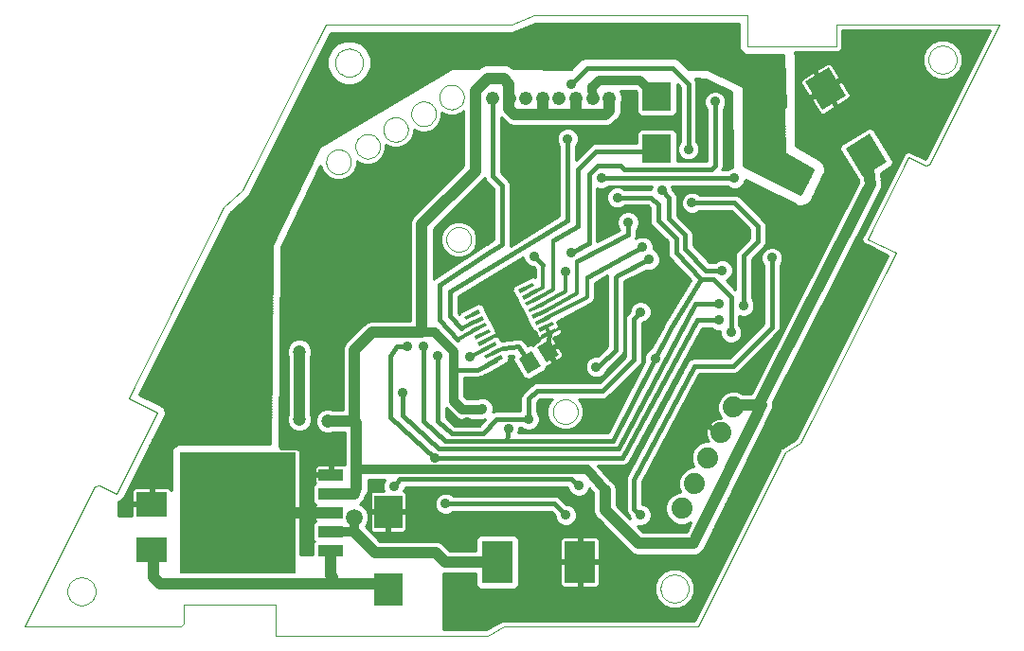
<source format=gtl>
G75*
%MOIN*%
%OFA0B0*%
%FSLAX24Y24*%
%IPPOS*%
%LPD*%
%AMOC8*
5,1,8,0,0,1.08239X$1,22.5*
%
%ADD10C,0.0000*%
%ADD11R,0.0563X0.0138*%
%ADD12R,0.0512X0.0630*%
%ADD13R,0.1181X0.0984*%
%ADD14R,0.0984X0.1181*%
%ADD15C,0.0476*%
%ADD16R,0.4098X0.4252*%
%ADD17R,0.0850X0.0420*%
%ADD18R,0.1102X0.1496*%
%ADD19C,0.0740*%
%ADD20R,0.1000X0.1000*%
%ADD21R,0.1100X0.0900*%
%ADD22C,0.0160*%
%ADD23C,0.0100*%
%ADD24C,0.0945*%
%ADD25C,0.0768*%
%ADD26C,0.0120*%
%ADD27C,0.0709*%
%ADD28C,0.0356*%
%ADD29C,0.0591*%
%ADD30C,0.0472*%
%ADD31C,0.0400*%
%ADD32C,0.0560*%
%ADD33C,0.0240*%
%ADD34C,0.0320*%
%ADD35C,0.0560*%
D10*
X001543Y001214D02*
X007057Y001214D01*
X007162Y001332D01*
X007163Y001992D01*
X010376Y001990D01*
X010370Y000897D01*
X017853Y000897D01*
X018407Y001214D01*
X025254Y001214D01*
X028315Y007336D01*
X028846Y007690D01*
X032212Y014373D01*
X031218Y014865D01*
X032655Y017739D01*
X033246Y017444D01*
X033393Y017483D01*
X035864Y022424D01*
X030103Y022423D01*
X030103Y022424D02*
X030103Y021647D01*
X026989Y021647D01*
X026989Y022739D01*
X019476Y022739D01*
X018689Y022424D01*
X012143Y022424D01*
X009220Y016568D01*
X008561Y015977D01*
X005204Y009265D01*
X006218Y008753D01*
X004781Y005889D01*
X004191Y006184D01*
X004004Y006145D01*
X001543Y001214D01*
X003060Y002453D02*
X003062Y002497D01*
X003068Y002541D01*
X003078Y002584D01*
X003091Y002626D01*
X003109Y002666D01*
X003130Y002705D01*
X003154Y002742D01*
X003181Y002777D01*
X003212Y002809D01*
X003245Y002838D01*
X003281Y002864D01*
X003319Y002886D01*
X003359Y002905D01*
X003400Y002921D01*
X003443Y002933D01*
X003486Y002941D01*
X003530Y002945D01*
X003574Y002945D01*
X003618Y002941D01*
X003661Y002933D01*
X003704Y002921D01*
X003745Y002905D01*
X003785Y002886D01*
X003823Y002864D01*
X003859Y002838D01*
X003892Y002809D01*
X003923Y002777D01*
X003950Y002742D01*
X003974Y002705D01*
X003995Y002666D01*
X004013Y002626D01*
X004026Y002584D01*
X004036Y002541D01*
X004042Y002497D01*
X004044Y002453D01*
X004042Y002409D01*
X004036Y002365D01*
X004026Y002322D01*
X004013Y002280D01*
X003995Y002240D01*
X003974Y002201D01*
X003950Y002164D01*
X003923Y002129D01*
X003892Y002097D01*
X003859Y002068D01*
X003823Y002042D01*
X003785Y002020D01*
X003745Y002001D01*
X003704Y001985D01*
X003661Y001973D01*
X003618Y001965D01*
X003574Y001961D01*
X003530Y001961D01*
X003486Y001965D01*
X003443Y001973D01*
X003400Y001985D01*
X003359Y002001D01*
X003319Y002020D01*
X003281Y002042D01*
X003245Y002068D01*
X003212Y002097D01*
X003181Y002129D01*
X003154Y002164D01*
X003130Y002201D01*
X003109Y002240D01*
X003091Y002280D01*
X003078Y002322D01*
X003068Y002365D01*
X003062Y002409D01*
X003060Y002453D01*
X016391Y014853D02*
X016393Y014894D01*
X016399Y014935D01*
X016409Y014975D01*
X016422Y015014D01*
X016439Y015051D01*
X016460Y015087D01*
X016484Y015121D01*
X016511Y015152D01*
X016540Y015180D01*
X016573Y015206D01*
X016607Y015228D01*
X016644Y015247D01*
X016682Y015262D01*
X016722Y015274D01*
X016762Y015282D01*
X016803Y015286D01*
X016845Y015286D01*
X016886Y015282D01*
X016926Y015274D01*
X016966Y015262D01*
X017004Y015247D01*
X017040Y015228D01*
X017075Y015206D01*
X017108Y015180D01*
X017137Y015152D01*
X017164Y015121D01*
X017188Y015087D01*
X017209Y015051D01*
X017226Y015014D01*
X017239Y014975D01*
X017249Y014935D01*
X017255Y014894D01*
X017257Y014853D01*
X017255Y014812D01*
X017249Y014771D01*
X017239Y014731D01*
X017226Y014692D01*
X017209Y014655D01*
X017188Y014619D01*
X017164Y014585D01*
X017137Y014554D01*
X017108Y014526D01*
X017075Y014500D01*
X017041Y014478D01*
X017004Y014459D01*
X016966Y014444D01*
X016926Y014432D01*
X016886Y014424D01*
X016845Y014420D01*
X016803Y014420D01*
X016762Y014424D01*
X016722Y014432D01*
X016682Y014444D01*
X016644Y014459D01*
X016608Y014478D01*
X016573Y014500D01*
X016540Y014526D01*
X016511Y014554D01*
X016484Y014585D01*
X016460Y014619D01*
X016439Y014655D01*
X016422Y014692D01*
X016409Y014731D01*
X016399Y014771D01*
X016393Y014812D01*
X016391Y014853D01*
X012163Y017582D02*
X012165Y017623D01*
X012171Y017664D01*
X012181Y017704D01*
X012194Y017743D01*
X012211Y017780D01*
X012232Y017816D01*
X012256Y017850D01*
X012283Y017881D01*
X012312Y017909D01*
X012345Y017935D01*
X012379Y017957D01*
X012416Y017976D01*
X012454Y017991D01*
X012494Y018003D01*
X012534Y018011D01*
X012575Y018015D01*
X012617Y018015D01*
X012658Y018011D01*
X012698Y018003D01*
X012738Y017991D01*
X012776Y017976D01*
X012812Y017957D01*
X012847Y017935D01*
X012880Y017909D01*
X012909Y017881D01*
X012936Y017850D01*
X012960Y017816D01*
X012981Y017780D01*
X012998Y017743D01*
X013011Y017704D01*
X013021Y017664D01*
X013027Y017623D01*
X013029Y017582D01*
X013027Y017541D01*
X013021Y017500D01*
X013011Y017460D01*
X012998Y017421D01*
X012981Y017384D01*
X012960Y017348D01*
X012936Y017314D01*
X012909Y017283D01*
X012880Y017255D01*
X012847Y017229D01*
X012813Y017207D01*
X012776Y017188D01*
X012738Y017173D01*
X012698Y017161D01*
X012658Y017153D01*
X012617Y017149D01*
X012575Y017149D01*
X012534Y017153D01*
X012494Y017161D01*
X012454Y017173D01*
X012416Y017188D01*
X012380Y017207D01*
X012345Y017229D01*
X012312Y017255D01*
X012283Y017283D01*
X012256Y017314D01*
X012232Y017348D01*
X012211Y017384D01*
X012194Y017421D01*
X012181Y017460D01*
X012171Y017500D01*
X012165Y017541D01*
X012163Y017582D01*
X013187Y018133D02*
X013189Y018174D01*
X013195Y018215D01*
X013205Y018255D01*
X013218Y018294D01*
X013235Y018331D01*
X013256Y018367D01*
X013280Y018401D01*
X013307Y018432D01*
X013336Y018460D01*
X013369Y018486D01*
X013403Y018508D01*
X013440Y018527D01*
X013478Y018542D01*
X013518Y018554D01*
X013558Y018562D01*
X013599Y018566D01*
X013641Y018566D01*
X013682Y018562D01*
X013722Y018554D01*
X013762Y018542D01*
X013800Y018527D01*
X013836Y018508D01*
X013871Y018486D01*
X013904Y018460D01*
X013933Y018432D01*
X013960Y018401D01*
X013984Y018367D01*
X014005Y018331D01*
X014022Y018294D01*
X014035Y018255D01*
X014045Y018215D01*
X014051Y018174D01*
X014053Y018133D01*
X014051Y018092D01*
X014045Y018051D01*
X014035Y018011D01*
X014022Y017972D01*
X014005Y017935D01*
X013984Y017899D01*
X013960Y017865D01*
X013933Y017834D01*
X013904Y017806D01*
X013871Y017780D01*
X013837Y017758D01*
X013800Y017739D01*
X013762Y017724D01*
X013722Y017712D01*
X013682Y017704D01*
X013641Y017700D01*
X013599Y017700D01*
X013558Y017704D01*
X013518Y017712D01*
X013478Y017724D01*
X013440Y017739D01*
X013404Y017758D01*
X013369Y017780D01*
X013336Y017806D01*
X013307Y017834D01*
X013280Y017865D01*
X013256Y017899D01*
X013235Y017935D01*
X013218Y017972D01*
X013205Y018011D01*
X013195Y018051D01*
X013189Y018092D01*
X013187Y018133D01*
X014171Y018723D02*
X014173Y018764D01*
X014179Y018805D01*
X014189Y018845D01*
X014202Y018884D01*
X014219Y018921D01*
X014240Y018957D01*
X014264Y018991D01*
X014291Y019022D01*
X014320Y019050D01*
X014353Y019076D01*
X014387Y019098D01*
X014424Y019117D01*
X014462Y019132D01*
X014502Y019144D01*
X014542Y019152D01*
X014583Y019156D01*
X014625Y019156D01*
X014666Y019152D01*
X014706Y019144D01*
X014746Y019132D01*
X014784Y019117D01*
X014820Y019098D01*
X014855Y019076D01*
X014888Y019050D01*
X014917Y019022D01*
X014944Y018991D01*
X014968Y018957D01*
X014989Y018921D01*
X015006Y018884D01*
X015019Y018845D01*
X015029Y018805D01*
X015035Y018764D01*
X015037Y018723D01*
X015035Y018682D01*
X015029Y018641D01*
X015019Y018601D01*
X015006Y018562D01*
X014989Y018525D01*
X014968Y018489D01*
X014944Y018455D01*
X014917Y018424D01*
X014888Y018396D01*
X014855Y018370D01*
X014821Y018348D01*
X014784Y018329D01*
X014746Y018314D01*
X014706Y018302D01*
X014666Y018294D01*
X014625Y018290D01*
X014583Y018290D01*
X014542Y018294D01*
X014502Y018302D01*
X014462Y018314D01*
X014424Y018329D01*
X014388Y018348D01*
X014353Y018370D01*
X014320Y018396D01*
X014291Y018424D01*
X014264Y018455D01*
X014240Y018489D01*
X014219Y018525D01*
X014202Y018562D01*
X014189Y018601D01*
X014179Y018641D01*
X014173Y018682D01*
X014171Y018723D01*
X015155Y019275D02*
X015157Y019316D01*
X015163Y019357D01*
X015173Y019397D01*
X015186Y019436D01*
X015203Y019473D01*
X015224Y019509D01*
X015248Y019543D01*
X015275Y019574D01*
X015304Y019602D01*
X015337Y019628D01*
X015371Y019650D01*
X015408Y019669D01*
X015446Y019684D01*
X015486Y019696D01*
X015526Y019704D01*
X015567Y019708D01*
X015609Y019708D01*
X015650Y019704D01*
X015690Y019696D01*
X015730Y019684D01*
X015768Y019669D01*
X015804Y019650D01*
X015839Y019628D01*
X015872Y019602D01*
X015901Y019574D01*
X015928Y019543D01*
X015952Y019509D01*
X015973Y019473D01*
X015990Y019436D01*
X016003Y019397D01*
X016013Y019357D01*
X016019Y019316D01*
X016021Y019275D01*
X016019Y019234D01*
X016013Y019193D01*
X016003Y019153D01*
X015990Y019114D01*
X015973Y019077D01*
X015952Y019041D01*
X015928Y019007D01*
X015901Y018976D01*
X015872Y018948D01*
X015839Y018922D01*
X015805Y018900D01*
X015768Y018881D01*
X015730Y018866D01*
X015690Y018854D01*
X015650Y018846D01*
X015609Y018842D01*
X015567Y018842D01*
X015526Y018846D01*
X015486Y018854D01*
X015446Y018866D01*
X015408Y018881D01*
X015372Y018900D01*
X015337Y018922D01*
X015304Y018948D01*
X015275Y018976D01*
X015248Y019007D01*
X015224Y019041D01*
X015203Y019077D01*
X015186Y019114D01*
X015173Y019153D01*
X015163Y019193D01*
X015157Y019234D01*
X015155Y019275D01*
X016140Y019865D02*
X016142Y019906D01*
X016148Y019947D01*
X016158Y019987D01*
X016171Y020026D01*
X016188Y020063D01*
X016209Y020099D01*
X016233Y020133D01*
X016260Y020164D01*
X016289Y020192D01*
X016322Y020218D01*
X016356Y020240D01*
X016393Y020259D01*
X016431Y020274D01*
X016471Y020286D01*
X016511Y020294D01*
X016552Y020298D01*
X016594Y020298D01*
X016635Y020294D01*
X016675Y020286D01*
X016715Y020274D01*
X016753Y020259D01*
X016789Y020240D01*
X016824Y020218D01*
X016857Y020192D01*
X016886Y020164D01*
X016913Y020133D01*
X016937Y020099D01*
X016958Y020063D01*
X016975Y020026D01*
X016988Y019987D01*
X016998Y019947D01*
X017004Y019906D01*
X017006Y019865D01*
X017004Y019824D01*
X016998Y019783D01*
X016988Y019743D01*
X016975Y019704D01*
X016958Y019667D01*
X016937Y019631D01*
X016913Y019597D01*
X016886Y019566D01*
X016857Y019538D01*
X016824Y019512D01*
X016790Y019490D01*
X016753Y019471D01*
X016715Y019456D01*
X016675Y019444D01*
X016635Y019436D01*
X016594Y019432D01*
X016552Y019432D01*
X016511Y019436D01*
X016471Y019444D01*
X016431Y019456D01*
X016393Y019471D01*
X016357Y019490D01*
X016322Y019512D01*
X016289Y019538D01*
X016260Y019566D01*
X016233Y019597D01*
X016209Y019631D01*
X016188Y019667D01*
X016171Y019704D01*
X016158Y019743D01*
X016148Y019783D01*
X016142Y019824D01*
X016140Y019865D01*
X012478Y021079D02*
X012480Y021123D01*
X012486Y021167D01*
X012496Y021210D01*
X012509Y021252D01*
X012527Y021292D01*
X012548Y021331D01*
X012572Y021368D01*
X012599Y021403D01*
X012630Y021435D01*
X012663Y021464D01*
X012699Y021490D01*
X012737Y021512D01*
X012777Y021531D01*
X012818Y021547D01*
X012861Y021559D01*
X012904Y021567D01*
X012948Y021571D01*
X012992Y021571D01*
X013036Y021567D01*
X013079Y021559D01*
X013122Y021547D01*
X013163Y021531D01*
X013203Y021512D01*
X013241Y021490D01*
X013277Y021464D01*
X013310Y021435D01*
X013341Y021403D01*
X013368Y021368D01*
X013392Y021331D01*
X013413Y021292D01*
X013431Y021252D01*
X013444Y021210D01*
X013454Y021167D01*
X013460Y021123D01*
X013462Y021079D01*
X013460Y021035D01*
X013454Y020991D01*
X013444Y020948D01*
X013431Y020906D01*
X013413Y020866D01*
X013392Y020827D01*
X013368Y020790D01*
X013341Y020755D01*
X013310Y020723D01*
X013277Y020694D01*
X013241Y020668D01*
X013203Y020646D01*
X013163Y020627D01*
X013122Y020611D01*
X013079Y020599D01*
X013036Y020591D01*
X012992Y020587D01*
X012948Y020587D01*
X012904Y020591D01*
X012861Y020599D01*
X012818Y020611D01*
X012777Y020627D01*
X012737Y020646D01*
X012699Y020668D01*
X012663Y020694D01*
X012630Y020723D01*
X012599Y020755D01*
X012572Y020790D01*
X012548Y020827D01*
X012527Y020866D01*
X012509Y020906D01*
X012496Y020948D01*
X012486Y020991D01*
X012480Y021035D01*
X012478Y021079D01*
X020144Y008781D02*
X020146Y008822D01*
X020152Y008863D01*
X020162Y008903D01*
X020175Y008942D01*
X020192Y008979D01*
X020213Y009015D01*
X020237Y009049D01*
X020264Y009080D01*
X020293Y009108D01*
X020326Y009134D01*
X020360Y009156D01*
X020397Y009175D01*
X020435Y009190D01*
X020475Y009202D01*
X020515Y009210D01*
X020556Y009214D01*
X020598Y009214D01*
X020639Y009210D01*
X020679Y009202D01*
X020719Y009190D01*
X020757Y009175D01*
X020793Y009156D01*
X020828Y009134D01*
X020861Y009108D01*
X020890Y009080D01*
X020917Y009049D01*
X020941Y009015D01*
X020962Y008979D01*
X020979Y008942D01*
X020992Y008903D01*
X021002Y008863D01*
X021008Y008822D01*
X021010Y008781D01*
X021008Y008740D01*
X021002Y008699D01*
X020992Y008659D01*
X020979Y008620D01*
X020962Y008583D01*
X020941Y008547D01*
X020917Y008513D01*
X020890Y008482D01*
X020861Y008454D01*
X020828Y008428D01*
X020794Y008406D01*
X020757Y008387D01*
X020719Y008372D01*
X020679Y008360D01*
X020639Y008352D01*
X020598Y008348D01*
X020556Y008348D01*
X020515Y008352D01*
X020475Y008360D01*
X020435Y008372D01*
X020397Y008387D01*
X020361Y008406D01*
X020326Y008428D01*
X020293Y008454D01*
X020264Y008482D01*
X020237Y008513D01*
X020213Y008547D01*
X020192Y008583D01*
X020175Y008620D01*
X020162Y008659D01*
X020152Y008699D01*
X020146Y008740D01*
X020144Y008781D01*
X023929Y002550D02*
X023931Y002594D01*
X023937Y002638D01*
X023947Y002681D01*
X023960Y002723D01*
X023978Y002763D01*
X023999Y002802D01*
X024023Y002839D01*
X024050Y002874D01*
X024081Y002906D01*
X024114Y002935D01*
X024150Y002961D01*
X024188Y002983D01*
X024228Y003002D01*
X024269Y003018D01*
X024312Y003030D01*
X024355Y003038D01*
X024399Y003042D01*
X024443Y003042D01*
X024487Y003038D01*
X024530Y003030D01*
X024573Y003018D01*
X024614Y003002D01*
X024654Y002983D01*
X024692Y002961D01*
X024728Y002935D01*
X024761Y002906D01*
X024792Y002874D01*
X024819Y002839D01*
X024843Y002802D01*
X024864Y002763D01*
X024882Y002723D01*
X024895Y002681D01*
X024905Y002638D01*
X024911Y002594D01*
X024913Y002550D01*
X024911Y002506D01*
X024905Y002462D01*
X024895Y002419D01*
X024882Y002377D01*
X024864Y002337D01*
X024843Y002298D01*
X024819Y002261D01*
X024792Y002226D01*
X024761Y002194D01*
X024728Y002165D01*
X024692Y002139D01*
X024654Y002117D01*
X024614Y002098D01*
X024573Y002082D01*
X024530Y002070D01*
X024487Y002062D01*
X024443Y002058D01*
X024399Y002058D01*
X024355Y002062D01*
X024312Y002070D01*
X024269Y002082D01*
X024228Y002098D01*
X024188Y002117D01*
X024150Y002139D01*
X024114Y002165D01*
X024081Y002194D01*
X024050Y002226D01*
X024023Y002261D01*
X023999Y002298D01*
X023978Y002337D01*
X023960Y002377D01*
X023947Y002419D01*
X023937Y002462D01*
X023931Y002506D01*
X023929Y002550D01*
X033359Y021185D02*
X033361Y021229D01*
X033367Y021273D01*
X033377Y021316D01*
X033390Y021358D01*
X033408Y021398D01*
X033429Y021437D01*
X033453Y021474D01*
X033480Y021509D01*
X033511Y021541D01*
X033544Y021570D01*
X033580Y021596D01*
X033618Y021618D01*
X033658Y021637D01*
X033699Y021653D01*
X033742Y021665D01*
X033785Y021673D01*
X033829Y021677D01*
X033873Y021677D01*
X033917Y021673D01*
X033960Y021665D01*
X034003Y021653D01*
X034044Y021637D01*
X034084Y021618D01*
X034122Y021596D01*
X034158Y021570D01*
X034191Y021541D01*
X034222Y021509D01*
X034249Y021474D01*
X034273Y021437D01*
X034294Y021398D01*
X034312Y021358D01*
X034325Y021316D01*
X034335Y021273D01*
X034341Y021229D01*
X034343Y021185D01*
X034341Y021141D01*
X034335Y021097D01*
X034325Y021054D01*
X034312Y021012D01*
X034294Y020972D01*
X034273Y020933D01*
X034249Y020896D01*
X034222Y020861D01*
X034191Y020829D01*
X034158Y020800D01*
X034122Y020774D01*
X034084Y020752D01*
X034044Y020733D01*
X034003Y020717D01*
X033960Y020705D01*
X033917Y020697D01*
X033873Y020693D01*
X033829Y020693D01*
X033785Y020697D01*
X033742Y020705D01*
X033699Y020717D01*
X033658Y020733D01*
X033618Y020752D01*
X033580Y020774D01*
X033544Y020800D01*
X033511Y020829D01*
X033480Y020861D01*
X033453Y020896D01*
X033429Y020933D01*
X033408Y020972D01*
X033390Y021012D01*
X033377Y021054D01*
X033367Y021097D01*
X033361Y021141D01*
X033359Y021185D01*
D11*
G36*
X019387Y012168D02*
X019889Y012419D01*
X019951Y012296D01*
X019449Y012045D01*
X019387Y012168D01*
G37*
G36*
X019272Y012396D02*
X019774Y012647D01*
X019836Y012524D01*
X019334Y012273D01*
X019272Y012396D01*
G37*
G36*
X019158Y012625D02*
X019660Y012876D01*
X019722Y012753D01*
X019220Y012502D01*
X019158Y012625D01*
G37*
G36*
X019043Y012854D02*
X019545Y013105D01*
X019607Y012982D01*
X019105Y012731D01*
X019043Y012854D01*
G37*
G36*
X018929Y013083D02*
X019431Y013334D01*
X019493Y013211D01*
X018991Y012960D01*
X018929Y013083D01*
G37*
G36*
X019502Y011939D02*
X020004Y012190D01*
X020066Y012067D01*
X019564Y011816D01*
X019502Y011939D01*
G37*
G36*
X019616Y011710D02*
X020118Y011961D01*
X020180Y011838D01*
X019678Y011587D01*
X019616Y011710D01*
G37*
G36*
X019731Y011481D02*
X020233Y011732D01*
X020295Y011609D01*
X019793Y011358D01*
X019731Y011481D01*
G37*
G36*
X017830Y010529D02*
X018332Y010780D01*
X018394Y010657D01*
X017892Y010406D01*
X017830Y010529D01*
G37*
G36*
X017715Y010758D02*
X018217Y011009D01*
X018279Y010886D01*
X017777Y010635D01*
X017715Y010758D01*
G37*
G36*
X017601Y010987D02*
X018103Y011238D01*
X018165Y011115D01*
X017663Y010864D01*
X017601Y010987D01*
G37*
G36*
X017486Y011216D02*
X017988Y011467D01*
X018050Y011344D01*
X017548Y011093D01*
X017486Y011216D01*
G37*
G36*
X017372Y011444D02*
X017874Y011695D01*
X017936Y011572D01*
X017434Y011321D01*
X017372Y011444D01*
G37*
G36*
X017257Y011673D02*
X017759Y011924D01*
X017821Y011801D01*
X017319Y011550D01*
X017257Y011673D01*
G37*
G36*
X017142Y011902D02*
X017644Y012153D01*
X017706Y012030D01*
X017204Y011779D01*
X017142Y011902D01*
G37*
G36*
X017028Y012131D02*
X017530Y012382D01*
X017592Y012259D01*
X017090Y012008D01*
X017028Y012131D01*
G37*
D12*
G36*
X019702Y010397D02*
X019267Y010129D01*
X018938Y010665D01*
X019373Y010933D01*
X019702Y010397D01*
G37*
G36*
X020339Y010788D02*
X019904Y010520D01*
X019575Y011056D01*
X020010Y011324D01*
X020339Y010788D01*
G37*
D13*
G36*
X031061Y017055D02*
X030445Y018060D01*
X031283Y018575D01*
X031899Y017570D01*
X031061Y017055D01*
G37*
G36*
X029621Y019405D02*
X029005Y020410D01*
X029843Y020925D01*
X030459Y019920D01*
X029621Y019405D01*
G37*
D14*
X014348Y005259D03*
X014348Y002503D03*
D15*
X018013Y019831D03*
X018604Y019831D03*
X019194Y019831D03*
X019785Y019831D03*
X020356Y019831D03*
X020946Y019831D03*
X021537Y019831D03*
X022127Y019831D03*
D16*
X009054Y005220D03*
D17*
X012334Y005220D03*
X012334Y004550D03*
X012334Y003880D03*
X012334Y005890D03*
X012334Y006560D03*
D18*
X018174Y003485D03*
X021088Y003485D03*
D19*
X024679Y005374D03*
X025133Y006265D03*
X025587Y007156D03*
X026041Y008047D03*
X026495Y008938D03*
D20*
X023801Y018047D03*
X023801Y019897D03*
D21*
X006023Y005518D03*
X006023Y003907D03*
D22*
X014549Y006167D02*
X014762Y006401D01*
X020785Y006401D01*
X021056Y006176D01*
X020987Y006206D01*
X020195Y005542D02*
X020596Y005141D01*
X020195Y005542D02*
X016362Y005542D01*
X015978Y007167D02*
X014408Y008579D01*
X014408Y010766D01*
X014658Y011079D01*
X015033Y011079D01*
X015596Y011079D02*
X015596Y008454D01*
X016336Y007752D01*
X018533Y007752D01*
X018573Y008183D01*
X018971Y008519D02*
X018158Y008519D01*
X017688Y008009D01*
X016579Y008009D01*
X016096Y008454D01*
X016096Y010766D01*
X016658Y010141D02*
X016783Y010266D01*
X017471Y010266D01*
X018112Y010593D01*
X018408Y011016D02*
X018908Y011079D01*
X019320Y010531D01*
X019957Y010922D02*
X020013Y011545D01*
X021658Y010361D02*
X021783Y010401D01*
X022346Y010963D01*
X022346Y013516D01*
X022408Y013579D01*
X023533Y014141D01*
X023283Y014579D02*
X021346Y013516D01*
X020971Y014079D02*
X022783Y015016D01*
X022783Y015454D01*
X022408Y016329D02*
X023596Y016329D01*
X023846Y016079D01*
X023846Y015516D01*
X024471Y014891D01*
X024471Y014391D01*
X025346Y013454D01*
X024283Y011704D01*
X023647Y010486D01*
X023673Y010539D01*
X023739Y010657D01*
X023647Y010486D02*
X022253Y007752D01*
X018533Y007752D01*
X018971Y008519D02*
X019283Y008521D01*
X019289Y008527D01*
X019289Y009235D01*
X019570Y009516D01*
X021893Y009516D01*
X022990Y010613D01*
X022990Y012065D01*
X023223Y012299D01*
X025158Y012579D02*
X025971Y012579D01*
X026408Y012829D02*
X025783Y013454D01*
X025346Y013454D01*
X025533Y013766D02*
X024783Y014516D01*
X024783Y015016D01*
X024221Y015579D01*
X024221Y016329D01*
X023971Y016579D01*
X025033Y016141D02*
X026533Y016141D01*
X027346Y015329D01*
X027346Y014769D01*
X026846Y014269D01*
X026846Y012516D01*
X026408Y012829D02*
X026408Y011574D01*
X025971Y012016D02*
X025221Y012016D01*
X022589Y007167D01*
X015978Y007167D01*
X016126Y007479D02*
X014846Y008641D01*
X014846Y009454D01*
X016783Y011329D02*
X016158Y012016D01*
X016158Y013266D01*
X017971Y014454D01*
X018326Y014661D01*
X018346Y014681D01*
X018346Y016766D01*
X018013Y017099D01*
X018013Y019831D01*
X020783Y020329D02*
X021346Y020891D01*
X024346Y020891D01*
X024908Y020329D01*
X024908Y018026D01*
X025721Y017329D02*
X025846Y017454D01*
X025846Y019704D01*
X023801Y019897D02*
X023414Y019834D01*
X023801Y018047D02*
X023707Y017954D01*
X021658Y017954D01*
X021033Y017329D01*
X021033Y015329D01*
X020158Y014829D01*
X020783Y014391D02*
X021408Y014704D01*
X021408Y017141D01*
X021721Y017454D01*
X022533Y017454D01*
X022658Y017329D01*
X025721Y017329D01*
X026533Y017016D02*
X021846Y017016D01*
X020658Y018391D02*
X020658Y015516D01*
X016533Y013016D01*
X016533Y012141D01*
X016908Y011704D01*
X019471Y014266D02*
X019783Y013954D01*
X025158Y012579D02*
X022441Y007479D01*
X016126Y007479D01*
X022996Y006391D02*
X022996Y005366D01*
X023221Y005141D01*
X022996Y006391D02*
X025121Y010391D01*
X026471Y010391D01*
X027846Y011766D01*
X027846Y014204D01*
X026096Y013766D02*
X025533Y013766D01*
X029732Y020165D02*
X029764Y020765D01*
D23*
X029682Y021002D02*
X028685Y021002D01*
X028685Y020904D02*
X029521Y020904D01*
X029388Y020822D02*
X029748Y020233D01*
X029663Y020181D01*
X029715Y020096D01*
X029210Y019786D01*
X029503Y019309D01*
X029532Y019281D01*
X029567Y019263D01*
X029605Y019253D01*
X029644Y019254D01*
X029682Y019266D01*
X030076Y019507D01*
X029715Y020096D01*
X029801Y020148D01*
X029748Y020233D01*
X030253Y020543D01*
X029960Y021020D01*
X029932Y021048D01*
X029897Y021066D01*
X029859Y021076D01*
X029819Y021075D01*
X029781Y021063D01*
X029388Y020822D01*
X029398Y020805D02*
X028685Y020805D01*
X028685Y020707D02*
X029199Y020707D01*
X029302Y020770D02*
X028908Y020528D01*
X028881Y020500D01*
X028862Y020465D01*
X028853Y020427D01*
X028854Y020387D01*
X028865Y020349D01*
X029158Y019872D01*
X029663Y020181D01*
X029302Y020770D01*
X029341Y020707D02*
X029458Y020707D01*
X029401Y020608D02*
X029519Y020608D01*
X029462Y020510D02*
X029579Y020510D01*
X029522Y020411D02*
X029639Y020411D01*
X029582Y020313D02*
X029700Y020313D01*
X029717Y020214D02*
X029643Y020214D01*
X029703Y020116D02*
X029557Y020116D01*
X029587Y020017D02*
X029396Y020017D01*
X029427Y019919D02*
X029235Y019919D01*
X029266Y019820D02*
X028685Y019820D01*
X028685Y019722D02*
X029250Y019722D01*
X029310Y019623D02*
X028685Y019623D01*
X028685Y019525D02*
X029371Y019525D01*
X029431Y019426D02*
X028685Y019426D01*
X028685Y019328D02*
X029492Y019328D01*
X029784Y019328D02*
X034081Y019328D01*
X034130Y019426D02*
X029944Y019426D01*
X030065Y019525D02*
X034179Y019525D01*
X034229Y019623D02*
X030266Y019623D01*
X030161Y019559D02*
X030555Y019801D01*
X030582Y019829D01*
X030601Y019864D01*
X030610Y019902D01*
X030609Y019942D01*
X030598Y019980D01*
X030305Y020457D01*
X029801Y020148D01*
X030161Y019559D01*
X030122Y019623D02*
X030005Y019623D01*
X030062Y019722D02*
X029945Y019722D01*
X030001Y019820D02*
X029884Y019820D01*
X029941Y019919D02*
X029824Y019919D01*
X029881Y020017D02*
X029763Y020017D01*
X029748Y020116D02*
X029820Y020116D01*
X029760Y020214D02*
X029909Y020214D01*
X029878Y020313D02*
X030069Y020313D01*
X030039Y020411D02*
X030230Y020411D01*
X030200Y020510D02*
X033645Y020510D01*
X033711Y020483D02*
X033990Y020483D01*
X034248Y020589D01*
X034446Y020787D01*
X034553Y021045D01*
X034553Y021324D01*
X034446Y021582D01*
X034248Y021780D01*
X033990Y021887D01*
X033711Y021887D01*
X033453Y021780D01*
X033255Y021582D01*
X033149Y021324D01*
X033149Y021045D01*
X033255Y020787D01*
X033453Y020589D01*
X033711Y020483D01*
X033434Y020608D02*
X030213Y020608D01*
X030153Y020707D02*
X033336Y020707D01*
X033248Y020805D02*
X030092Y020805D01*
X030032Y020904D02*
X033207Y020904D01*
X033166Y021002D02*
X029972Y021002D01*
X030190Y021437D02*
X030313Y021560D01*
X030313Y022213D01*
X035524Y022214D01*
X033254Y017674D01*
X032827Y017888D01*
X032827Y017888D01*
X032671Y017966D01*
X032506Y017911D01*
X031069Y015036D01*
X031069Y015036D01*
X031030Y014959D01*
X030992Y014881D01*
X030991Y014880D01*
X031019Y014798D01*
X031047Y014716D01*
X031047Y014716D01*
X031047Y014716D01*
X031125Y014677D01*
X031202Y014638D01*
X031203Y014639D01*
X031930Y014279D01*
X028684Y007834D01*
X028222Y007526D01*
X028166Y007507D01*
X028152Y007479D01*
X028126Y007462D01*
X028114Y007404D01*
X025124Y001424D01*
X018436Y001424D01*
X018379Y001439D01*
X018352Y001424D01*
X018321Y001424D01*
X018279Y001382D01*
X017797Y001107D01*
X016270Y001107D01*
X016297Y003075D01*
X017413Y003075D01*
X017413Y002650D01*
X017536Y002527D01*
X018812Y002527D01*
X018935Y002650D01*
X018935Y004320D01*
X018812Y004443D01*
X017536Y004443D01*
X017413Y004320D01*
X017413Y003895D01*
X016509Y003895D01*
X016369Y004034D01*
X016254Y004150D01*
X016103Y004212D01*
X014065Y004212D01*
X013542Y004735D01*
X013586Y004779D01*
X013663Y004965D01*
X013663Y005166D01*
X013586Y005351D01*
X013444Y005493D01*
X013353Y005531D01*
X013381Y005543D01*
X013384Y005545D01*
X013387Y005547D01*
X013441Y005603D01*
X013496Y005658D01*
X013498Y005661D01*
X013500Y005664D01*
X013529Y005736D01*
X013559Y005809D01*
X013559Y005812D01*
X013606Y005932D01*
X013636Y006004D01*
X013636Y006008D01*
X013637Y006011D01*
X013636Y006089D01*
X013636Y006376D01*
X014216Y006376D01*
X014161Y006244D01*
X014161Y006090D01*
X014198Y006000D01*
X013836Y006000D01*
X013798Y005990D01*
X013763Y005970D01*
X013735Y005942D01*
X013716Y005908D01*
X013705Y005870D01*
X013705Y005309D01*
X014298Y005309D01*
X014298Y005209D01*
X014398Y005209D01*
X014398Y005309D01*
X014990Y005309D01*
X014990Y005870D01*
X014979Y005908D01*
X014960Y005942D01*
X014932Y005970D01*
X014898Y005990D01*
X014896Y005990D01*
X014938Y006090D01*
X014938Y006111D01*
X020668Y006111D01*
X020668Y006099D01*
X020727Y005956D01*
X020836Y005847D01*
X020979Y005788D01*
X021134Y005788D01*
X021276Y005847D01*
X021385Y005956D01*
X021434Y006073D01*
X021561Y005925D01*
X021561Y005247D01*
X021623Y005096D01*
X021738Y004981D01*
X022926Y003794D01*
X023077Y003731D01*
X025083Y003731D01*
X025152Y003727D01*
X025164Y003731D01*
X025177Y003731D01*
X025241Y003758D01*
X025306Y003780D01*
X025316Y003789D01*
X025328Y003794D01*
X025377Y003842D01*
X025429Y003888D01*
X025434Y003900D01*
X025443Y003909D01*
X025470Y003973D01*
X027809Y008775D01*
X027818Y008784D01*
X027844Y008846D01*
X027874Y008907D01*
X027874Y008908D01*
X027875Y008910D01*
X027876Y008923D01*
X027881Y008935D01*
X027881Y009002D01*
X027885Y009069D01*
X027885Y009071D01*
X027885Y009073D01*
X027881Y009085D01*
X027881Y009098D01*
X027879Y009102D01*
X031657Y016562D01*
X031683Y016596D01*
X031693Y016634D01*
X031711Y016668D01*
X031885Y016668D01*
X031836Y016570D02*
X031663Y016570D01*
X031711Y016668D02*
X031714Y016712D01*
X031726Y016754D01*
X031720Y016792D01*
X031723Y016831D01*
X031710Y016872D01*
X031669Y017181D01*
X032084Y017435D01*
X032124Y017604D01*
X031416Y018759D01*
X031247Y018800D01*
X030260Y018195D01*
X030219Y018026D01*
X030871Y016962D01*
X030885Y016853D01*
X027124Y009426D01*
X026827Y009426D01*
X026824Y009430D01*
X026611Y009518D01*
X026380Y009518D01*
X026167Y009430D01*
X026004Y009266D01*
X025915Y009053D01*
X025915Y008822D01*
X026004Y008609D01*
X026046Y008567D01*
X026001Y008567D01*
X025920Y008554D01*
X025842Y008529D01*
X025769Y008492D01*
X025703Y008443D01*
X025645Y008386D01*
X025602Y008327D01*
X026020Y008114D01*
X025974Y008025D01*
X025557Y008238D01*
X025534Y008169D01*
X025521Y008088D01*
X025521Y008006D01*
X025534Y007925D01*
X025560Y007847D01*
X025597Y007774D01*
X025625Y007736D01*
X025472Y007736D01*
X025259Y007648D01*
X025096Y007484D01*
X025007Y007271D01*
X025007Y007040D01*
X025088Y006845D01*
X025018Y006845D01*
X024805Y006757D01*
X024642Y006593D01*
X024553Y006380D01*
X024553Y006149D01*
X024634Y005954D01*
X024564Y005954D01*
X024351Y005866D01*
X024188Y005702D01*
X024099Y005489D01*
X024099Y005258D01*
X024188Y005045D01*
X023601Y005045D01*
X023609Y005064D02*
X023609Y005218D01*
X023550Y005361D01*
X023441Y005470D01*
X023298Y005529D01*
X023286Y005529D01*
X023286Y006319D01*
X025296Y010101D01*
X026528Y010101D01*
X026635Y010145D01*
X026717Y010227D01*
X028092Y011602D01*
X028136Y011709D01*
X028136Y013945D01*
X028175Y013984D01*
X028234Y014127D01*
X028234Y014281D01*
X028175Y014424D01*
X028066Y014533D01*
X027923Y014592D01*
X027769Y014592D01*
X027626Y014533D01*
X027517Y014424D01*
X027458Y014281D01*
X027458Y014127D01*
X027517Y013984D01*
X027556Y013945D01*
X027556Y011886D01*
X026351Y010681D01*
X025135Y010681D01*
X025092Y010685D01*
X025078Y010681D01*
X025064Y010681D01*
X025023Y010664D01*
X024981Y010652D01*
X024970Y010643D01*
X024957Y010637D01*
X024926Y010606D01*
X024892Y010578D01*
X024886Y010566D01*
X024875Y010555D01*
X024859Y010515D01*
X022761Y006566D01*
X022750Y006555D01*
X022734Y006515D01*
X022713Y006476D01*
X022712Y006462D01*
X022706Y006449D01*
X022706Y006405D01*
X022702Y006361D01*
X022706Y006348D01*
X022706Y005308D01*
X022750Y005201D01*
X022833Y005119D01*
X022833Y005064D01*
X022845Y005034D01*
X022381Y005499D01*
X022381Y006098D01*
X022318Y006248D01*
X022203Y006364D01*
X022136Y006392D01*
X021718Y006877D01*
X022574Y006877D01*
X022616Y006872D01*
X022631Y006877D01*
X022647Y006877D01*
X022686Y006893D01*
X022727Y006905D01*
X022739Y006915D01*
X022753Y006921D01*
X022783Y006951D01*
X022816Y006978D01*
X022824Y006991D01*
X022835Y007003D01*
X022851Y007042D01*
X025393Y011726D01*
X025712Y011726D01*
X025751Y011687D01*
X025894Y011628D01*
X026020Y011628D01*
X026020Y011497D01*
X026079Y011354D01*
X026188Y011245D01*
X026331Y011186D01*
X026485Y011186D01*
X026628Y011245D01*
X026737Y011354D01*
X026796Y011497D01*
X026796Y011651D01*
X026737Y011794D01*
X026698Y011833D01*
X026698Y012157D01*
X026769Y012128D01*
X026923Y012128D01*
X027066Y012187D01*
X027175Y012296D01*
X027234Y012439D01*
X027234Y012593D01*
X027175Y012736D01*
X027136Y012775D01*
X027136Y014149D01*
X027510Y014523D01*
X027592Y014604D01*
X027636Y014711D01*
X027636Y015386D01*
X027592Y015493D01*
X026779Y016305D01*
X026697Y016387D01*
X026591Y016431D01*
X025292Y016431D01*
X025253Y016470D01*
X025110Y016529D01*
X024956Y016529D01*
X024813Y016470D01*
X024704Y016361D01*
X024645Y016218D01*
X024645Y016064D01*
X024704Y015921D01*
X024813Y015812D01*
X024956Y015753D01*
X025110Y015753D01*
X025253Y015812D01*
X025292Y015851D01*
X026413Y015851D01*
X027056Y015209D01*
X027056Y014889D01*
X026600Y014433D01*
X026556Y014326D01*
X026556Y013091D01*
X026241Y013406D01*
X026316Y013437D01*
X026425Y013546D01*
X026484Y013689D01*
X026484Y013843D01*
X026425Y013986D01*
X026316Y014095D01*
X026173Y014154D01*
X026019Y014154D01*
X025876Y014095D01*
X025837Y014056D01*
X025653Y014056D01*
X025073Y014636D01*
X025073Y015074D01*
X025029Y015180D01*
X024511Y015699D01*
X024511Y016386D01*
X024467Y016493D01*
X024359Y016601D01*
X024359Y016656D01*
X024330Y016726D01*
X026274Y016726D01*
X026313Y016687D01*
X026456Y016628D01*
X026610Y016628D01*
X026753Y016687D01*
X026862Y016796D01*
X026920Y016935D01*
X028604Y016103D01*
X028605Y016103D01*
X028679Y016066D01*
X028754Y016029D01*
X028754Y016029D01*
X028755Y016029D01*
X028838Y016024D01*
X028921Y016018D01*
X028922Y016018D01*
X029000Y016045D01*
X029079Y016072D01*
X029079Y016072D01*
X029080Y016072D01*
X029142Y016127D01*
X029204Y016182D01*
X029205Y016182D01*
X029205Y016183D01*
X029242Y016257D01*
X029278Y016332D01*
X029279Y016332D01*
X029662Y017113D01*
X029696Y017173D01*
X029698Y017187D01*
X029705Y017201D01*
X029709Y017270D01*
X029718Y017338D01*
X029715Y017353D01*
X029716Y017368D01*
X029693Y017433D01*
X029675Y017500D01*
X029666Y017512D01*
X029662Y017526D01*
X029616Y017578D01*
X029574Y017632D01*
X029561Y017640D01*
X029551Y017651D01*
X029489Y017682D01*
X028700Y018139D01*
X028685Y019081D01*
X028685Y021261D01*
X028692Y021322D01*
X028685Y021344D01*
X028685Y021366D01*
X028662Y021423D01*
X028658Y021437D01*
X030190Y021437D01*
X030248Y021495D02*
X033219Y021495D01*
X033178Y021396D02*
X028673Y021396D01*
X028689Y021298D02*
X033149Y021298D01*
X033149Y021199D02*
X028685Y021199D01*
X028685Y021101D02*
X033149Y021101D01*
X033266Y021593D02*
X030313Y021593D01*
X030313Y021692D02*
X033365Y021692D01*
X033478Y021790D02*
X030313Y021790D01*
X030313Y021889D02*
X035361Y021889D01*
X035411Y021987D02*
X030313Y021987D01*
X030313Y022086D02*
X035460Y022086D01*
X035509Y022184D02*
X030313Y022184D01*
X029039Y020608D02*
X028685Y020608D01*
X028685Y020510D02*
X028891Y020510D01*
X028854Y020411D02*
X028685Y020411D01*
X028685Y020313D02*
X028888Y020313D01*
X028948Y020214D02*
X028685Y020214D01*
X028685Y020116D02*
X029009Y020116D01*
X029069Y020017D02*
X028685Y020017D01*
X028685Y019919D02*
X029129Y019919D01*
X028685Y019229D02*
X034032Y019229D01*
X033982Y019131D02*
X028685Y019131D01*
X028686Y019032D02*
X033933Y019032D01*
X033884Y018934D02*
X028688Y018934D01*
X028689Y018835D02*
X033835Y018835D01*
X033785Y018737D02*
X031430Y018737D01*
X031491Y018638D02*
X033736Y018638D01*
X033687Y018540D02*
X031551Y018540D01*
X031611Y018441D02*
X033638Y018441D01*
X033588Y018343D02*
X031672Y018343D01*
X031732Y018244D02*
X033539Y018244D01*
X033490Y018146D02*
X031792Y018146D01*
X031853Y018047D02*
X033441Y018047D01*
X033391Y017949D02*
X032706Y017949D01*
X032620Y017949D02*
X031913Y017949D01*
X031974Y017850D02*
X032476Y017850D01*
X032427Y017752D02*
X032034Y017752D01*
X032094Y017653D02*
X032378Y017653D01*
X032328Y017555D02*
X032113Y017555D01*
X032089Y017456D02*
X032279Y017456D01*
X032230Y017358D02*
X031958Y017358D01*
X031798Y017259D02*
X032181Y017259D01*
X032131Y017161D02*
X031672Y017161D01*
X031685Y017062D02*
X032082Y017062D01*
X032033Y016964D02*
X031698Y016964D01*
X031712Y016865D02*
X031984Y016865D01*
X031934Y016767D02*
X031724Y016767D01*
X031787Y016471D02*
X031611Y016471D01*
X031561Y016373D02*
X031737Y016373D01*
X031688Y016274D02*
X031511Y016274D01*
X031461Y016176D02*
X031639Y016176D01*
X031590Y016077D02*
X031412Y016077D01*
X031362Y015979D02*
X031540Y015979D01*
X031491Y015880D02*
X031312Y015880D01*
X031262Y015782D02*
X031442Y015782D01*
X031393Y015683D02*
X031212Y015683D01*
X031162Y015585D02*
X031343Y015585D01*
X031294Y015486D02*
X031112Y015486D01*
X031062Y015388D02*
X031245Y015388D01*
X031196Y015289D02*
X031012Y015289D01*
X030963Y015191D02*
X031146Y015191D01*
X031097Y015092D02*
X030913Y015092D01*
X030863Y014994D02*
X031048Y014994D01*
X030999Y014895D02*
X030813Y014895D01*
X030763Y014797D02*
X031020Y014797D01*
X030992Y014881D02*
X030992Y014881D01*
X031082Y014698D02*
X030713Y014698D01*
X030663Y014600D02*
X031281Y014600D01*
X031480Y014501D02*
X030613Y014501D01*
X030563Y014403D02*
X031679Y014403D01*
X031878Y014304D02*
X030514Y014304D01*
X030464Y014206D02*
X031893Y014206D01*
X031843Y014107D02*
X030414Y014107D01*
X030364Y014009D02*
X031794Y014009D01*
X031744Y013910D02*
X030314Y013910D01*
X030264Y013812D02*
X031695Y013812D01*
X031645Y013713D02*
X030214Y013713D01*
X030164Y013615D02*
X031595Y013615D01*
X031546Y013516D02*
X030114Y013516D01*
X030065Y013418D02*
X031496Y013418D01*
X031446Y013319D02*
X030015Y013319D01*
X029965Y013221D02*
X031397Y013221D01*
X031347Y013122D02*
X029915Y013122D01*
X029865Y013024D02*
X031298Y013024D01*
X031248Y012925D02*
X029815Y012925D01*
X029765Y012827D02*
X031198Y012827D01*
X031149Y012728D02*
X029715Y012728D01*
X029665Y012630D02*
X031099Y012630D01*
X031050Y012531D02*
X029616Y012531D01*
X029566Y012433D02*
X031000Y012433D01*
X030950Y012334D02*
X029516Y012334D01*
X029466Y012236D02*
X030901Y012236D01*
X030851Y012137D02*
X029416Y012137D01*
X029366Y012039D02*
X030801Y012039D01*
X030752Y011940D02*
X029316Y011940D01*
X029266Y011842D02*
X030702Y011842D01*
X030653Y011743D02*
X029216Y011743D01*
X029167Y011645D02*
X030603Y011645D01*
X030553Y011546D02*
X029117Y011546D01*
X029067Y011448D02*
X030504Y011448D01*
X030454Y011349D02*
X029017Y011349D01*
X028967Y011251D02*
X030405Y011251D01*
X030355Y011152D02*
X028917Y011152D01*
X028867Y011054D02*
X030305Y011054D01*
X030256Y010955D02*
X028817Y010955D01*
X028767Y010857D02*
X030206Y010857D01*
X030157Y010758D02*
X028718Y010758D01*
X028668Y010660D02*
X030107Y010660D01*
X030057Y010561D02*
X028618Y010561D01*
X028568Y010463D02*
X030008Y010463D01*
X029958Y010364D02*
X028518Y010364D01*
X028468Y010266D02*
X029908Y010266D01*
X029859Y010167D02*
X028418Y010167D01*
X028368Y010069D02*
X029809Y010069D01*
X029760Y009970D02*
X028318Y009970D01*
X028269Y009872D02*
X029710Y009872D01*
X029660Y009773D02*
X028219Y009773D01*
X028169Y009675D02*
X029611Y009675D01*
X029561Y009576D02*
X028119Y009576D01*
X028069Y009478D02*
X029512Y009478D01*
X029462Y009379D02*
X028019Y009379D01*
X027969Y009281D02*
X029412Y009281D01*
X029363Y009182D02*
X027919Y009182D01*
X027881Y009084D02*
X029313Y009084D01*
X029263Y008985D02*
X027881Y008985D01*
X027864Y008887D02*
X029214Y008887D01*
X029164Y008788D02*
X027820Y008788D01*
X027768Y008690D02*
X029115Y008690D01*
X029065Y008591D02*
X027720Y008591D01*
X027672Y008493D02*
X029015Y008493D01*
X028966Y008394D02*
X027624Y008394D01*
X027576Y008296D02*
X028916Y008296D01*
X028867Y008197D02*
X027528Y008197D01*
X027480Y008099D02*
X028817Y008099D01*
X028767Y008000D02*
X027432Y008000D01*
X027384Y007902D02*
X028718Y007902D01*
X028638Y007803D02*
X027336Y007803D01*
X027288Y007705D02*
X028490Y007705D01*
X028342Y007606D02*
X027240Y007606D01*
X027192Y007508D02*
X028167Y007508D01*
X028115Y007409D02*
X027144Y007409D01*
X027096Y007311D02*
X028067Y007311D01*
X028018Y007212D02*
X027048Y007212D01*
X027000Y007114D02*
X027969Y007114D01*
X027920Y007015D02*
X026952Y007015D01*
X026904Y006917D02*
X027870Y006917D01*
X027821Y006818D02*
X026856Y006818D01*
X026808Y006720D02*
X027772Y006720D01*
X027723Y006621D02*
X026760Y006621D01*
X026712Y006523D02*
X027673Y006523D01*
X027624Y006424D02*
X026664Y006424D01*
X026616Y006326D02*
X027575Y006326D01*
X027526Y006227D02*
X026568Y006227D01*
X026520Y006129D02*
X027476Y006129D01*
X027427Y006030D02*
X026472Y006030D01*
X026424Y005932D02*
X027378Y005932D01*
X027329Y005833D02*
X026376Y005833D01*
X026328Y005735D02*
X027279Y005735D01*
X027230Y005636D02*
X026280Y005636D01*
X026232Y005538D02*
X027181Y005538D01*
X027132Y005439D02*
X026184Y005439D01*
X026136Y005341D02*
X027082Y005341D01*
X027033Y005242D02*
X026088Y005242D01*
X026040Y005144D02*
X026984Y005144D01*
X026935Y005045D02*
X025992Y005045D01*
X025944Y004947D02*
X026885Y004947D01*
X026836Y004848D02*
X025896Y004848D01*
X025848Y004750D02*
X026787Y004750D01*
X026738Y004651D02*
X025800Y004651D01*
X025752Y004553D02*
X026688Y004553D01*
X026639Y004454D02*
X025704Y004454D01*
X025656Y004356D02*
X026590Y004356D01*
X026541Y004257D02*
X025608Y004257D01*
X025560Y004159D02*
X026491Y004159D01*
X026442Y004060D02*
X025512Y004060D01*
X025465Y003962D02*
X026393Y003962D01*
X026344Y003863D02*
X025400Y003863D01*
X025262Y003765D02*
X026294Y003765D01*
X026245Y003666D02*
X021789Y003666D01*
X021789Y003568D02*
X026196Y003568D01*
X026147Y003469D02*
X021138Y003469D01*
X021138Y003435D02*
X021138Y003535D01*
X021789Y003535D01*
X021789Y004252D01*
X021778Y004291D01*
X021759Y004325D01*
X021731Y004353D01*
X021697Y004372D01*
X021658Y004383D01*
X021138Y004383D01*
X021138Y003535D01*
X021038Y003535D01*
X021038Y004383D01*
X020517Y004383D01*
X020478Y004372D01*
X020444Y004353D01*
X020416Y004325D01*
X020397Y004291D01*
X020386Y004252D01*
X020386Y003535D01*
X021037Y003535D01*
X021037Y003435D01*
X020386Y003435D01*
X020386Y002717D01*
X020397Y002679D01*
X020416Y002644D01*
X020444Y002617D01*
X020478Y002597D01*
X020517Y002587D01*
X021038Y002587D01*
X021038Y003435D01*
X021138Y003435D01*
X021789Y003435D01*
X021789Y002717D01*
X021778Y002679D01*
X021759Y002644D01*
X021731Y002617D01*
X021697Y002597D01*
X021658Y002587D01*
X021138Y002587D01*
X021138Y003435D01*
X021138Y003371D02*
X021038Y003371D01*
X021037Y003469D02*
X018935Y003469D01*
X018935Y003371D02*
X020386Y003371D01*
X020386Y003272D02*
X018935Y003272D01*
X018935Y003174D02*
X020386Y003174D01*
X020386Y003075D02*
X018935Y003075D01*
X018935Y002977D02*
X020386Y002977D01*
X020386Y002878D02*
X018935Y002878D01*
X018935Y002780D02*
X020386Y002780D01*
X020396Y002681D02*
X018935Y002681D01*
X018868Y002583D02*
X023719Y002583D01*
X023719Y002681D02*
X021779Y002681D01*
X021789Y002780D02*
X023756Y002780D01*
X023719Y002689D02*
X023719Y002410D01*
X023826Y002152D01*
X024023Y001954D01*
X024281Y001848D01*
X024561Y001848D01*
X024819Y001954D01*
X025016Y002152D01*
X025123Y002410D01*
X025123Y002689D01*
X025016Y002947D01*
X024819Y003145D01*
X024561Y003252D01*
X024281Y003252D01*
X024023Y003145D01*
X023826Y002947D01*
X023719Y002689D01*
X023797Y002878D02*
X021789Y002878D01*
X021789Y002977D02*
X023855Y002977D01*
X023953Y003075D02*
X021789Y003075D01*
X021789Y003174D02*
X024093Y003174D01*
X024749Y003174D02*
X025999Y003174D01*
X026048Y003272D02*
X021789Y003272D01*
X021789Y003371D02*
X026097Y003371D01*
X025950Y003075D02*
X024888Y003075D01*
X024987Y002977D02*
X025900Y002977D01*
X025851Y002878D02*
X025045Y002878D01*
X025086Y002780D02*
X025802Y002780D01*
X025753Y002681D02*
X025123Y002681D01*
X025123Y002583D02*
X025703Y002583D01*
X025654Y002484D02*
X025123Y002484D01*
X025113Y002386D02*
X025605Y002386D01*
X025556Y002287D02*
X025072Y002287D01*
X025031Y002189D02*
X025506Y002189D01*
X025457Y002090D02*
X024954Y002090D01*
X024856Y001992D02*
X025408Y001992D01*
X025359Y001893D02*
X024671Y001893D01*
X024171Y001893D02*
X016281Y001893D01*
X016279Y001795D02*
X025309Y001795D01*
X025260Y001696D02*
X016278Y001696D01*
X016277Y001598D02*
X025211Y001598D01*
X025162Y001499D02*
X016275Y001499D01*
X016274Y001401D02*
X018298Y001401D01*
X018139Y001302D02*
X016273Y001302D01*
X016271Y001204D02*
X017966Y001204D01*
X016282Y001992D02*
X023986Y001992D01*
X023887Y002090D02*
X016283Y002090D01*
X016285Y002189D02*
X023810Y002189D01*
X023770Y002287D02*
X016286Y002287D01*
X016287Y002386D02*
X023729Y002386D01*
X023719Y002484D02*
X016289Y002484D01*
X016290Y002583D02*
X017480Y002583D01*
X017413Y002681D02*
X016291Y002681D01*
X016293Y002780D02*
X017413Y002780D01*
X017413Y002878D02*
X016294Y002878D01*
X016295Y002977D02*
X017413Y002977D01*
X017413Y003962D02*
X016442Y003962D01*
X016343Y004060D02*
X017413Y004060D01*
X017413Y004159D02*
X016232Y004159D01*
X017413Y004257D02*
X014020Y004257D01*
X013922Y004356D02*
X017449Y004356D01*
X016582Y005213D02*
X016439Y005154D01*
X016285Y005154D01*
X016142Y005213D01*
X016033Y005322D01*
X015974Y005465D01*
X015974Y005619D01*
X016033Y005762D01*
X016142Y005871D01*
X016285Y005930D01*
X016439Y005930D01*
X016582Y005871D01*
X016621Y005832D01*
X020253Y005832D01*
X020359Y005788D01*
X020618Y005529D01*
X020673Y005529D01*
X020816Y005470D01*
X020925Y005361D01*
X020984Y005218D01*
X020984Y005064D01*
X020925Y004921D01*
X020816Y004812D01*
X020673Y004753D01*
X020519Y004753D01*
X020376Y004812D01*
X020267Y004921D01*
X020208Y005064D01*
X020208Y005119D01*
X020075Y005252D01*
X016621Y005252D01*
X016582Y005213D01*
X016611Y005242D02*
X020085Y005242D01*
X020183Y005144D02*
X014990Y005144D01*
X014990Y005209D02*
X014398Y005209D01*
X014398Y004519D01*
X014859Y004519D01*
X014898Y004529D01*
X014932Y004549D01*
X014960Y004577D01*
X014979Y004611D01*
X014990Y004649D01*
X014990Y005209D01*
X014990Y005341D02*
X016025Y005341D01*
X015984Y005439D02*
X014990Y005439D01*
X014990Y005538D02*
X015974Y005538D01*
X015981Y005636D02*
X014990Y005636D01*
X014990Y005735D02*
X016022Y005735D01*
X016105Y005833D02*
X014990Y005833D01*
X014966Y005932D02*
X020752Y005932D01*
X020697Y006030D02*
X014913Y006030D01*
X014186Y006030D02*
X013637Y006030D01*
X013636Y006129D02*
X014161Y006129D01*
X014161Y006227D02*
X013636Y006227D01*
X013636Y006326D02*
X014195Y006326D01*
X013729Y005932D02*
X013606Y005932D01*
X013567Y005833D02*
X013705Y005833D01*
X013705Y005735D02*
X013528Y005735D01*
X013475Y005636D02*
X013705Y005636D01*
X013705Y005538D02*
X013369Y005538D01*
X013498Y005439D02*
X013705Y005439D01*
X013705Y005341D02*
X013591Y005341D01*
X013631Y005242D02*
X014298Y005242D01*
X014298Y005209D02*
X013705Y005209D01*
X013705Y004649D01*
X013716Y004611D01*
X013735Y004577D01*
X013763Y004549D01*
X013798Y004529D01*
X013836Y004519D01*
X014298Y004519D01*
X014298Y005209D01*
X014298Y005144D02*
X014398Y005144D01*
X014398Y005242D02*
X016113Y005242D01*
X016619Y005833D02*
X020870Y005833D01*
X021243Y005833D02*
X021561Y005833D01*
X021561Y005735D02*
X020412Y005735D01*
X020511Y005636D02*
X021561Y005636D01*
X021561Y005538D02*
X020609Y005538D01*
X020847Y005439D02*
X021561Y005439D01*
X021561Y005341D02*
X020933Y005341D01*
X020974Y005242D02*
X021563Y005242D01*
X021604Y005144D02*
X020984Y005144D01*
X020976Y005045D02*
X021674Y005045D01*
X021773Y004947D02*
X020935Y004947D01*
X020852Y004848D02*
X021871Y004848D01*
X021970Y004750D02*
X014990Y004750D01*
X014990Y004848D02*
X020340Y004848D01*
X020256Y004947D02*
X014990Y004947D01*
X014990Y005045D02*
X020215Y005045D01*
X021361Y005932D02*
X021555Y005932D01*
X021471Y006030D02*
X021416Y006030D01*
X022023Y006523D02*
X022737Y006523D01*
X022706Y006424D02*
X022108Y006424D01*
X022241Y006326D02*
X022706Y006326D01*
X022706Y006227D02*
X022327Y006227D01*
X022368Y006129D02*
X022706Y006129D01*
X022706Y006030D02*
X022381Y006030D01*
X022381Y005932D02*
X022706Y005932D01*
X022706Y005833D02*
X022381Y005833D01*
X022381Y005735D02*
X022706Y005735D01*
X022706Y005636D02*
X022381Y005636D01*
X022381Y005538D02*
X022706Y005538D01*
X022706Y005439D02*
X022440Y005439D01*
X022539Y005341D02*
X022706Y005341D01*
X022734Y005242D02*
X022637Y005242D01*
X022736Y005144D02*
X022808Y005144D01*
X022834Y005045D02*
X022840Y005045D01*
X023114Y004765D02*
X023144Y004753D01*
X023298Y004753D01*
X023441Y004812D01*
X023550Y004921D01*
X023609Y005064D01*
X023609Y005144D02*
X024147Y005144D01*
X024106Y005242D02*
X023599Y005242D01*
X023558Y005341D02*
X024099Y005341D01*
X024099Y005439D02*
X023472Y005439D01*
X023286Y005538D02*
X024120Y005538D01*
X024160Y005636D02*
X023286Y005636D01*
X023286Y005735D02*
X024220Y005735D01*
X024319Y005833D02*
X023286Y005833D01*
X023286Y005932D02*
X024511Y005932D01*
X024603Y006030D02*
X023286Y006030D01*
X023286Y006129D02*
X024562Y006129D01*
X024553Y006227D02*
X023286Y006227D01*
X023290Y006326D02*
X024553Y006326D01*
X024572Y006424D02*
X023342Y006424D01*
X023395Y006523D02*
X024613Y006523D01*
X024670Y006621D02*
X023447Y006621D01*
X023499Y006720D02*
X024768Y006720D01*
X024954Y006818D02*
X023552Y006818D01*
X023604Y006917D02*
X025059Y006917D01*
X025018Y007015D02*
X023656Y007015D01*
X023709Y007114D02*
X025007Y007114D01*
X025007Y007212D02*
X023761Y007212D01*
X023813Y007311D02*
X025024Y007311D01*
X025065Y007409D02*
X023866Y007409D01*
X023918Y007508D02*
X025119Y007508D01*
X025218Y007606D02*
X023970Y007606D01*
X024022Y007705D02*
X025397Y007705D01*
X025582Y007803D02*
X024075Y007803D01*
X024127Y007902D02*
X025542Y007902D01*
X025522Y008000D02*
X024179Y008000D01*
X024232Y008099D02*
X025523Y008099D01*
X025544Y008197D02*
X024284Y008197D01*
X024336Y008296D02*
X025663Y008296D01*
X025653Y008394D02*
X024389Y008394D01*
X024441Y008493D02*
X025771Y008493D01*
X026022Y008591D02*
X024493Y008591D01*
X024546Y008690D02*
X025970Y008690D01*
X025930Y008788D02*
X024598Y008788D01*
X024650Y008887D02*
X025915Y008887D01*
X025915Y008985D02*
X024703Y008985D01*
X024755Y009084D02*
X025928Y009084D01*
X025969Y009182D02*
X024807Y009182D01*
X024860Y009281D02*
X026018Y009281D01*
X026117Y009379D02*
X024912Y009379D01*
X024964Y009478D02*
X026283Y009478D01*
X026708Y009478D02*
X027150Y009478D01*
X027200Y009576D02*
X025017Y009576D01*
X025069Y009675D02*
X027250Y009675D01*
X027300Y009773D02*
X025121Y009773D01*
X025174Y009872D02*
X027349Y009872D01*
X027399Y009970D02*
X025226Y009970D01*
X025278Y010069D02*
X027449Y010069D01*
X027499Y010167D02*
X026657Y010167D01*
X026717Y010227D02*
X026717Y010227D01*
X026755Y010266D02*
X027549Y010266D01*
X027599Y010364D02*
X026854Y010364D01*
X026952Y010463D02*
X027649Y010463D01*
X027699Y010561D02*
X027051Y010561D01*
X027149Y010660D02*
X027749Y010660D01*
X027798Y010758D02*
X027248Y010758D01*
X027346Y010857D02*
X027848Y010857D01*
X027898Y010955D02*
X027445Y010955D01*
X027543Y011054D02*
X027948Y011054D01*
X027998Y011152D02*
X027642Y011152D01*
X027740Y011251D02*
X028048Y011251D01*
X028098Y011349D02*
X027839Y011349D01*
X027937Y011448D02*
X028148Y011448D01*
X028197Y011546D02*
X028036Y011546D01*
X028109Y011645D02*
X028247Y011645D01*
X028297Y011743D02*
X028136Y011743D01*
X028136Y011842D02*
X028347Y011842D01*
X028397Y011940D02*
X028136Y011940D01*
X028136Y012039D02*
X028447Y012039D01*
X028497Y012137D02*
X028136Y012137D01*
X028136Y012236D02*
X028547Y012236D01*
X028597Y012334D02*
X028136Y012334D01*
X028136Y012433D02*
X028646Y012433D01*
X028696Y012531D02*
X028136Y012531D01*
X028136Y012630D02*
X028746Y012630D01*
X028796Y012728D02*
X028136Y012728D01*
X028136Y012827D02*
X028846Y012827D01*
X028896Y012925D02*
X028136Y012925D01*
X028136Y013024D02*
X028946Y013024D01*
X028996Y013122D02*
X028136Y013122D01*
X028136Y013221D02*
X029046Y013221D01*
X029095Y013319D02*
X028136Y013319D01*
X028136Y013418D02*
X029145Y013418D01*
X029195Y013516D02*
X028136Y013516D01*
X028136Y013615D02*
X029245Y013615D01*
X029295Y013713D02*
X028136Y013713D01*
X028136Y013812D02*
X029345Y013812D01*
X029395Y013910D02*
X028136Y013910D01*
X028185Y014009D02*
X029445Y014009D01*
X029495Y014107D02*
X028226Y014107D01*
X028234Y014206D02*
X029544Y014206D01*
X029594Y014304D02*
X028224Y014304D01*
X028183Y014403D02*
X029644Y014403D01*
X029694Y014501D02*
X028097Y014501D01*
X027594Y014501D02*
X027488Y014501D01*
X027508Y014403D02*
X027390Y014403D01*
X027467Y014304D02*
X027291Y014304D01*
X027193Y014206D02*
X027458Y014206D01*
X027466Y014107D02*
X027136Y014107D01*
X027136Y014009D02*
X027506Y014009D01*
X027556Y013910D02*
X027136Y013910D01*
X027136Y013812D02*
X027556Y013812D01*
X027556Y013713D02*
X027136Y013713D01*
X027136Y013615D02*
X027556Y013615D01*
X027556Y013516D02*
X027136Y013516D01*
X027136Y013418D02*
X027556Y013418D01*
X027556Y013319D02*
X027136Y013319D01*
X027136Y013221D02*
X027556Y013221D01*
X027556Y013122D02*
X027136Y013122D01*
X027136Y013024D02*
X027556Y013024D01*
X027556Y012925D02*
X027136Y012925D01*
X027136Y012827D02*
X027556Y012827D01*
X027556Y012728D02*
X027178Y012728D01*
X027219Y012630D02*
X027556Y012630D01*
X027556Y012531D02*
X027234Y012531D01*
X027231Y012433D02*
X027556Y012433D01*
X027556Y012334D02*
X027190Y012334D01*
X027114Y012236D02*
X027556Y012236D01*
X027556Y012137D02*
X026945Y012137D01*
X026746Y012137D02*
X026698Y012137D01*
X026698Y012039D02*
X027556Y012039D01*
X027556Y011940D02*
X026698Y011940D01*
X026698Y011842D02*
X027511Y011842D01*
X027413Y011743D02*
X026758Y011743D01*
X026796Y011645D02*
X027314Y011645D01*
X027216Y011546D02*
X026796Y011546D01*
X026776Y011448D02*
X027117Y011448D01*
X027019Y011349D02*
X026732Y011349D01*
X026634Y011251D02*
X026920Y011251D01*
X026822Y011152D02*
X025082Y011152D01*
X025028Y011054D02*
X026723Y011054D01*
X026625Y010955D02*
X024975Y010955D01*
X024921Y010857D02*
X026526Y010857D01*
X026428Y010758D02*
X024868Y010758D01*
X024814Y010660D02*
X025008Y010660D01*
X024881Y010561D02*
X024761Y010561D01*
X024708Y010463D02*
X024831Y010463D01*
X024779Y010364D02*
X024654Y010364D01*
X024601Y010266D02*
X024726Y010266D01*
X024674Y010167D02*
X024547Y010167D01*
X024494Y010069D02*
X024622Y010069D01*
X024569Y009970D02*
X024440Y009970D01*
X024387Y009872D02*
X024517Y009872D01*
X024465Y009773D02*
X024333Y009773D01*
X024280Y009675D02*
X024412Y009675D01*
X024360Y009576D02*
X024226Y009576D01*
X024173Y009478D02*
X024308Y009478D01*
X024255Y009379D02*
X024120Y009379D01*
X024066Y009281D02*
X024203Y009281D01*
X024151Y009182D02*
X024013Y009182D01*
X023959Y009084D02*
X024098Y009084D01*
X024046Y008985D02*
X023906Y008985D01*
X023852Y008887D02*
X023994Y008887D01*
X023941Y008788D02*
X023799Y008788D01*
X023745Y008690D02*
X023889Y008690D01*
X023837Y008591D02*
X023692Y008591D01*
X023638Y008493D02*
X023784Y008493D01*
X023732Y008394D02*
X023585Y008394D01*
X023531Y008296D02*
X023680Y008296D01*
X023627Y008197D02*
X023478Y008197D01*
X023425Y008099D02*
X023575Y008099D01*
X023523Y008000D02*
X023371Y008000D01*
X023318Y007902D02*
X023470Y007902D01*
X023418Y007803D02*
X023264Y007803D01*
X023211Y007705D02*
X023366Y007705D01*
X023313Y007606D02*
X023157Y007606D01*
X023104Y007508D02*
X023261Y007508D01*
X023209Y007409D02*
X023050Y007409D01*
X022997Y007311D02*
X023156Y007311D01*
X023104Y007212D02*
X022943Y007212D01*
X022890Y007114D02*
X023052Y007114D01*
X022999Y007015D02*
X022840Y007015D01*
X022743Y006917D02*
X022947Y006917D01*
X022895Y006818D02*
X021769Y006818D01*
X021854Y006720D02*
X022842Y006720D01*
X022790Y006621D02*
X021938Y006621D01*
X022076Y008042D02*
X018934Y008042D01*
X018961Y008106D01*
X018961Y008229D01*
X018972Y008229D01*
X019027Y008229D01*
X019063Y008192D01*
X019206Y008133D01*
X019360Y008133D01*
X019503Y008192D01*
X019612Y008301D01*
X019671Y008444D01*
X019671Y008598D01*
X019612Y008741D01*
X019579Y008774D01*
X019579Y009115D01*
X019690Y009226D01*
X020112Y009226D01*
X020032Y009146D01*
X019934Y008909D01*
X019934Y008653D01*
X020032Y008417D01*
X020213Y008236D01*
X020449Y008138D01*
X020705Y008138D01*
X020941Y008236D01*
X021122Y008417D01*
X021220Y008653D01*
X021220Y008909D01*
X021122Y009146D01*
X021041Y009226D01*
X021951Y009226D01*
X022057Y009270D01*
X023154Y010367D01*
X023236Y010449D01*
X023280Y010555D01*
X023280Y011911D01*
X023300Y011911D01*
X023443Y011970D01*
X023552Y012079D01*
X023611Y012221D01*
X023611Y012376D01*
X023552Y012519D01*
X023443Y012628D01*
X023300Y012687D01*
X023146Y012687D01*
X023003Y012628D01*
X022894Y012519D01*
X022835Y012376D01*
X022835Y012321D01*
X022744Y012230D01*
X022700Y012123D01*
X022700Y010733D01*
X021773Y009806D01*
X019512Y009806D01*
X019406Y009762D01*
X019125Y009481D01*
X019043Y009399D01*
X018999Y009293D01*
X018999Y008809D01*
X018970Y008809D01*
X018210Y008809D01*
X018204Y008811D01*
X018152Y008809D01*
X018101Y008809D01*
X018095Y008806D01*
X018089Y008806D01*
X018042Y008784D01*
X018032Y008780D01*
X018046Y008814D01*
X018046Y008968D01*
X017987Y009111D01*
X017878Y009220D01*
X017735Y009279D01*
X017581Y009279D01*
X017478Y009236D01*
X017111Y009236D01*
X017028Y009319D01*
X017028Y009976D01*
X017425Y009976D01*
X017436Y009973D01*
X017482Y009976D01*
X017528Y009976D01*
X017539Y009981D01*
X017551Y009982D01*
X017592Y010003D01*
X017635Y010020D01*
X017643Y010029D01*
X018295Y010361D01*
X018313Y010382D01*
X018566Y010509D01*
X018621Y010674D01*
X018585Y010746D01*
X018745Y010766D01*
X018712Y010630D01*
X019132Y009945D01*
X019302Y009904D01*
X019886Y010263D01*
X019912Y010370D01*
X019928Y010370D01*
X019965Y010381D01*
X020158Y010499D01*
X019941Y010853D01*
X020026Y010905D01*
X020243Y010552D01*
X020435Y010669D01*
X020463Y010698D01*
X020481Y010733D01*
X020491Y010771D01*
X020490Y010811D01*
X020478Y010849D01*
X020330Y011091D01*
X020026Y010905D01*
X019974Y010991D01*
X020277Y011177D01*
X020157Y011373D01*
X020380Y011484D01*
X020410Y011510D01*
X020431Y011543D01*
X020444Y011581D01*
X020446Y011620D01*
X020438Y011659D01*
X020399Y011738D01*
X020013Y011545D01*
X020013Y011545D01*
X020399Y011738D01*
X020359Y011818D01*
X020333Y011847D01*
X020332Y011848D01*
X020332Y011849D01*
X020324Y011888D01*
X020286Y011963D01*
X021461Y012584D01*
X021499Y012600D01*
X021508Y012609D01*
X021519Y012615D01*
X021546Y012647D01*
X021575Y012676D01*
X021580Y012688D01*
X021588Y012698D01*
X021600Y012737D01*
X021616Y012775D01*
X021616Y012788D01*
X021620Y012800D01*
X021616Y012841D01*
X021616Y013334D01*
X022056Y013575D01*
X022056Y013574D01*
X022056Y011083D01*
X021722Y010749D01*
X021581Y010749D01*
X021438Y010690D01*
X021329Y010581D01*
X021270Y010438D01*
X021270Y010284D01*
X021329Y010141D01*
X021438Y010032D01*
X021581Y009973D01*
X021735Y009973D01*
X021878Y010032D01*
X021987Y010141D01*
X022025Y010232D01*
X022592Y010799D01*
X022636Y010905D01*
X022636Y013368D01*
X023428Y013765D01*
X023456Y013753D01*
X023610Y013753D01*
X023753Y013812D01*
X023862Y013921D01*
X023921Y014064D01*
X023921Y014218D01*
X023862Y014361D01*
X023753Y014470D01*
X023671Y014504D01*
X023671Y014656D01*
X023612Y014799D01*
X023503Y014908D01*
X023360Y014967D01*
X023206Y014967D01*
X023063Y014908D01*
X023048Y014893D01*
X023056Y014917D01*
X023073Y014959D01*
X023073Y014971D01*
X023077Y014983D01*
X023073Y015028D01*
X023073Y015195D01*
X023112Y015234D01*
X023171Y015377D01*
X023171Y015531D01*
X023112Y015674D01*
X023003Y015783D01*
X022860Y015842D01*
X022706Y015842D01*
X022563Y015783D01*
X022454Y015674D01*
X022395Y015531D01*
X022395Y015377D01*
X022454Y015234D01*
X022493Y015195D01*
X022493Y015193D01*
X021698Y014781D01*
X021698Y016657D01*
X021769Y016628D01*
X021923Y016628D01*
X022066Y016687D01*
X022105Y016726D01*
X023612Y016726D01*
X023583Y016656D01*
X023583Y016619D01*
X022667Y016619D01*
X022628Y016658D01*
X022485Y016717D01*
X022331Y016717D01*
X022188Y016658D01*
X022079Y016549D01*
X022020Y016406D01*
X022020Y016252D01*
X022079Y016109D01*
X022188Y016000D01*
X022331Y015941D01*
X022485Y015941D01*
X022628Y016000D01*
X022667Y016039D01*
X023476Y016039D01*
X023556Y015959D01*
X023556Y015459D01*
X023600Y015352D01*
X024181Y014771D01*
X024181Y014396D01*
X024179Y014344D01*
X024181Y014339D01*
X024181Y014334D01*
X024201Y014285D01*
X024219Y014236D01*
X024223Y014232D01*
X024225Y014227D01*
X024262Y014190D01*
X024984Y013416D01*
X024060Y011895D01*
X024053Y011889D01*
X024030Y011846D01*
X024005Y011805D01*
X024004Y011795D01*
X023598Y011019D01*
X023520Y010986D01*
X023410Y010877D01*
X023351Y010735D01*
X023351Y010580D01*
X023360Y010560D01*
X022076Y008042D01*
X022104Y008099D02*
X018958Y008099D01*
X018961Y008197D02*
X019058Y008197D01*
X019508Y008197D02*
X020306Y008197D01*
X020153Y008296D02*
X019607Y008296D01*
X019651Y008394D02*
X020054Y008394D01*
X020000Y008493D02*
X019671Y008493D01*
X019671Y008591D02*
X019959Y008591D01*
X019934Y008690D02*
X019633Y008690D01*
X019579Y008788D02*
X019934Y008788D01*
X019934Y008887D02*
X019579Y008887D01*
X019579Y008985D02*
X019965Y008985D01*
X020006Y009084D02*
X019579Y009084D01*
X019646Y009182D02*
X020068Y009182D01*
X019433Y009773D02*
X017028Y009773D01*
X017028Y009675D02*
X019319Y009675D01*
X019220Y009576D02*
X017028Y009576D01*
X017028Y009478D02*
X019122Y009478D01*
X019035Y009379D02*
X017028Y009379D01*
X017067Y009281D02*
X018999Y009281D01*
X018999Y009182D02*
X017916Y009182D01*
X017999Y009084D02*
X018999Y009084D01*
X018999Y008985D02*
X018039Y008985D01*
X018046Y008887D02*
X018999Y008887D01*
X018050Y008788D02*
X018036Y008788D01*
X017758Y008512D02*
X017561Y008299D01*
X016692Y008299D01*
X016386Y008581D01*
X016386Y008915D01*
X016449Y008852D01*
X016644Y008657D01*
X016748Y008553D01*
X016884Y008496D01*
X017707Y008496D01*
X017723Y008503D01*
X017735Y008503D01*
X017758Y008512D01*
X017740Y008493D02*
X016482Y008493D01*
X016386Y008591D02*
X016710Y008591D01*
X016611Y008690D02*
X016386Y008690D01*
X016386Y008788D02*
X016513Y008788D01*
X016449Y008852D02*
X016449Y008852D01*
X016414Y008887D02*
X016386Y008887D01*
X016589Y008394D02*
X017649Y008394D01*
X017028Y009872D02*
X021838Y009872D01*
X021937Y009970D02*
X019409Y009970D01*
X019570Y010069D02*
X021402Y010069D01*
X021318Y010167D02*
X019731Y010167D01*
X019887Y010266D02*
X021278Y010266D01*
X021270Y010364D02*
X019911Y010364D01*
X020098Y010463D02*
X021280Y010463D01*
X021321Y010561D02*
X020259Y010561D01*
X020237Y010561D02*
X020120Y010561D01*
X020177Y010660D02*
X020059Y010660D01*
X020116Y010758D02*
X019999Y010758D01*
X019947Y010857D02*
X020056Y010857D01*
X020108Y010955D02*
X019996Y010955D01*
X020077Y011054D02*
X020268Y011054D01*
X020353Y011054D02*
X022026Y011054D01*
X022056Y011152D02*
X020238Y011152D01*
X020232Y011251D02*
X022056Y011251D01*
X022056Y011349D02*
X020172Y011349D01*
X020307Y011448D02*
X022056Y011448D01*
X022056Y011546D02*
X020432Y011546D01*
X020441Y011645D02*
X022056Y011645D01*
X022056Y011743D02*
X020396Y011743D01*
X020337Y011842D02*
X022056Y011842D01*
X022056Y011940D02*
X020298Y011940D01*
X020429Y012039D02*
X022056Y012039D01*
X022056Y012137D02*
X020616Y012137D01*
X020802Y012236D02*
X022056Y012236D01*
X022056Y012334D02*
X020988Y012334D01*
X021174Y012433D02*
X022056Y012433D01*
X022056Y012531D02*
X021361Y012531D01*
X021532Y012630D02*
X022056Y012630D01*
X022056Y012728D02*
X021597Y012728D01*
X021617Y012827D02*
X022056Y012827D01*
X022056Y012925D02*
X021616Y012925D01*
X021616Y013024D02*
X022056Y013024D01*
X022056Y013122D02*
X021616Y013122D01*
X021616Y013221D02*
X022056Y013221D01*
X022056Y013319D02*
X021616Y013319D01*
X021769Y013418D02*
X022056Y013418D01*
X022056Y013516D02*
X021949Y013516D01*
X022636Y013319D02*
X024925Y013319D01*
X024983Y013418D02*
X022735Y013418D01*
X022932Y013516D02*
X024891Y013516D01*
X024799Y013615D02*
X023129Y013615D01*
X023326Y013713D02*
X024707Y013713D01*
X024615Y013812D02*
X023752Y013812D01*
X023851Y013910D02*
X024523Y013910D01*
X024431Y014009D02*
X023898Y014009D01*
X023921Y014107D02*
X024339Y014107D01*
X024246Y014206D02*
X023921Y014206D01*
X023886Y014304D02*
X024193Y014304D01*
X024181Y014403D02*
X023821Y014403D01*
X023678Y014501D02*
X024181Y014501D01*
X024181Y014600D02*
X023671Y014600D01*
X023654Y014698D02*
X024181Y014698D01*
X024155Y014797D02*
X023613Y014797D01*
X023516Y014895D02*
X024057Y014895D01*
X023958Y014994D02*
X023076Y014994D01*
X023073Y015092D02*
X023860Y015092D01*
X023761Y015191D02*
X023073Y015191D01*
X023135Y015289D02*
X023663Y015289D01*
X023585Y015388D02*
X023171Y015388D01*
X023171Y015486D02*
X023556Y015486D01*
X023556Y015585D02*
X023149Y015585D01*
X023103Y015683D02*
X023556Y015683D01*
X023556Y015782D02*
X023004Y015782D01*
X022562Y015782D02*
X021698Y015782D01*
X021698Y015880D02*
X023556Y015880D01*
X023536Y015979D02*
X022578Y015979D01*
X022464Y015683D02*
X021698Y015683D01*
X021698Y015585D02*
X022417Y015585D01*
X022395Y015486D02*
X021698Y015486D01*
X021698Y015388D02*
X022395Y015388D01*
X022431Y015289D02*
X021698Y015289D01*
X021698Y015191D02*
X022489Y015191D01*
X022299Y015092D02*
X021698Y015092D01*
X021698Y014994D02*
X022109Y014994D01*
X021918Y014895D02*
X021698Y014895D01*
X021698Y014797D02*
X021728Y014797D01*
X021698Y015979D02*
X022239Y015979D01*
X022111Y016077D02*
X021698Y016077D01*
X021698Y016176D02*
X022051Y016176D01*
X022020Y016274D02*
X021698Y016274D01*
X021698Y016373D02*
X022020Y016373D01*
X022047Y016471D02*
X021698Y016471D01*
X021698Y016570D02*
X022100Y016570D01*
X022020Y016668D02*
X022214Y016668D01*
X022603Y016668D02*
X023588Y016668D01*
X024354Y016668D02*
X026359Y016668D01*
X026707Y016668D02*
X027460Y016668D01*
X027660Y016570D02*
X024390Y016570D01*
X024476Y016471D02*
X024816Y016471D01*
X024716Y016373D02*
X024511Y016373D01*
X024511Y016274D02*
X024668Y016274D01*
X024645Y016176D02*
X024511Y016176D01*
X024511Y016077D02*
X024645Y016077D01*
X024680Y015979D02*
X024511Y015979D01*
X024511Y015880D02*
X024745Y015880D01*
X024887Y015782D02*
X024511Y015782D01*
X024526Y015683D02*
X026581Y015683D01*
X026680Y015585D02*
X024625Y015585D01*
X024723Y015486D02*
X026778Y015486D01*
X026877Y015388D02*
X024822Y015388D01*
X024920Y015289D02*
X026975Y015289D01*
X027056Y015191D02*
X025019Y015191D01*
X025066Y015092D02*
X027056Y015092D01*
X027056Y014994D02*
X025073Y014994D01*
X025073Y014895D02*
X027056Y014895D01*
X026964Y014797D02*
X025073Y014797D01*
X025073Y014698D02*
X026865Y014698D01*
X026767Y014600D02*
X025110Y014600D01*
X025208Y014501D02*
X026668Y014501D01*
X026587Y014403D02*
X025307Y014403D01*
X025405Y014304D02*
X026556Y014304D01*
X026556Y014206D02*
X025504Y014206D01*
X025602Y014107D02*
X025905Y014107D01*
X026287Y014107D02*
X026556Y014107D01*
X026556Y014009D02*
X026402Y014009D01*
X026456Y013910D02*
X026556Y013910D01*
X026556Y013812D02*
X026484Y013812D01*
X026484Y013713D02*
X026556Y013713D01*
X026556Y013615D02*
X026453Y013615D01*
X026395Y013516D02*
X026556Y013516D01*
X026556Y013418D02*
X026269Y013418D01*
X026328Y013319D02*
X026556Y013319D01*
X026556Y013221D02*
X026426Y013221D01*
X026525Y013122D02*
X026556Y013122D01*
X024865Y013221D02*
X022636Y013221D01*
X022636Y013122D02*
X024805Y013122D01*
X024745Y013024D02*
X022636Y013024D01*
X022636Y012925D02*
X024686Y012925D01*
X024626Y012827D02*
X022636Y012827D01*
X022636Y012728D02*
X024566Y012728D01*
X024506Y012630D02*
X023438Y012630D01*
X023539Y012531D02*
X024446Y012531D01*
X024387Y012433D02*
X023588Y012433D01*
X023611Y012334D02*
X024327Y012334D01*
X024267Y012236D02*
X023611Y012236D01*
X023576Y012137D02*
X024207Y012137D01*
X024147Y012039D02*
X023512Y012039D01*
X023372Y011940D02*
X024088Y011940D01*
X024028Y011842D02*
X023280Y011842D01*
X023280Y011743D02*
X023977Y011743D01*
X023925Y011645D02*
X023280Y011645D01*
X023280Y011546D02*
X023874Y011546D01*
X023822Y011448D02*
X023280Y011448D01*
X023280Y011349D02*
X023771Y011349D01*
X023719Y011251D02*
X023280Y011251D01*
X023280Y011152D02*
X023668Y011152D01*
X023616Y011054D02*
X023280Y011054D01*
X023280Y010955D02*
X023488Y010955D01*
X023402Y010857D02*
X023280Y010857D01*
X023280Y010758D02*
X023361Y010758D01*
X023351Y010660D02*
X023280Y010660D01*
X023280Y010561D02*
X023359Y010561D01*
X023310Y010463D02*
X023241Y010463D01*
X023259Y010364D02*
X023151Y010364D01*
X023209Y010266D02*
X023053Y010266D01*
X022954Y010167D02*
X023159Y010167D01*
X023109Y010069D02*
X022856Y010069D01*
X022757Y009970D02*
X023059Y009970D01*
X023008Y009872D02*
X022659Y009872D01*
X022560Y009773D02*
X022958Y009773D01*
X022908Y009675D02*
X022462Y009675D01*
X022363Y009576D02*
X022858Y009576D01*
X022807Y009478D02*
X022265Y009478D01*
X022166Y009379D02*
X022757Y009379D01*
X022707Y009281D02*
X022068Y009281D01*
X022556Y008985D02*
X021188Y008985D01*
X021220Y008887D02*
X022506Y008887D01*
X022456Y008788D02*
X021220Y008788D01*
X021220Y008690D02*
X022406Y008690D01*
X022355Y008591D02*
X021194Y008591D01*
X021153Y008493D02*
X022305Y008493D01*
X022255Y008394D02*
X021099Y008394D01*
X021001Y008296D02*
X022205Y008296D01*
X022154Y008197D02*
X020847Y008197D01*
X021148Y009084D02*
X022607Y009084D01*
X022657Y009182D02*
X021085Y009182D01*
X021915Y010069D02*
X022035Y010069D01*
X021998Y010167D02*
X022134Y010167D01*
X022059Y010266D02*
X022232Y010266D01*
X022157Y010364D02*
X022331Y010364D01*
X022256Y010463D02*
X022429Y010463D01*
X022354Y010561D02*
X022528Y010561D01*
X022453Y010660D02*
X022626Y010660D01*
X022700Y010758D02*
X022551Y010758D01*
X022616Y010857D02*
X022700Y010857D01*
X022700Y010955D02*
X022636Y010955D01*
X022636Y011054D02*
X022700Y011054D01*
X022700Y011152D02*
X022636Y011152D01*
X022636Y011251D02*
X022700Y011251D01*
X022700Y011349D02*
X022636Y011349D01*
X022636Y011448D02*
X022700Y011448D01*
X022700Y011546D02*
X022636Y011546D01*
X022636Y011645D02*
X022700Y011645D01*
X022700Y011743D02*
X022636Y011743D01*
X022636Y011842D02*
X022700Y011842D01*
X022700Y011940D02*
X022636Y011940D01*
X022636Y012039D02*
X022700Y012039D01*
X022706Y012137D02*
X022636Y012137D01*
X022636Y012236D02*
X022750Y012236D01*
X022835Y012334D02*
X022636Y012334D01*
X022636Y012433D02*
X022859Y012433D01*
X022907Y012531D02*
X022636Y012531D01*
X022636Y012630D02*
X023008Y012630D01*
X025242Y011448D02*
X026041Y011448D01*
X026020Y011546D02*
X025296Y011546D01*
X025349Y011645D02*
X025853Y011645D01*
X026084Y011349D02*
X025189Y011349D01*
X025135Y011251D02*
X026183Y011251D01*
X025856Y008197D02*
X025636Y008197D01*
X025829Y008099D02*
X026012Y008099D01*
X024188Y005045D02*
X024351Y004882D01*
X024564Y004794D01*
X024795Y004794D01*
X024999Y004878D01*
X024839Y004551D01*
X023328Y004551D01*
X023114Y004765D01*
X023130Y004750D02*
X024936Y004750D01*
X024926Y004848D02*
X024984Y004848D01*
X024888Y004651D02*
X023228Y004651D01*
X023327Y004553D02*
X024840Y004553D01*
X024433Y004848D02*
X023477Y004848D01*
X023560Y004947D02*
X024286Y004947D01*
X022856Y003863D02*
X021789Y003863D01*
X021789Y003765D02*
X022996Y003765D01*
X022758Y003962D02*
X021789Y003962D01*
X021789Y004060D02*
X022659Y004060D01*
X022561Y004159D02*
X021789Y004159D01*
X021787Y004257D02*
X022462Y004257D01*
X022364Y004356D02*
X021725Y004356D01*
X022068Y004651D02*
X014990Y004651D01*
X014936Y004553D02*
X022167Y004553D01*
X022265Y004454D02*
X013823Y004454D01*
X013759Y004553D02*
X013725Y004553D01*
X013705Y004651D02*
X013626Y004651D01*
X013557Y004750D02*
X013705Y004750D01*
X013705Y004848D02*
X013615Y004848D01*
X013656Y004947D02*
X013705Y004947D01*
X013705Y005045D02*
X013663Y005045D01*
X013663Y005144D02*
X013705Y005144D01*
X014298Y005045D02*
X014398Y005045D01*
X014398Y004947D02*
X014298Y004947D01*
X014298Y004848D02*
X014398Y004848D01*
X014398Y004750D02*
X014298Y004750D01*
X014298Y004651D02*
X014398Y004651D01*
X014398Y004553D02*
X014298Y004553D01*
X012284Y005170D02*
X011759Y005170D01*
X011759Y004991D01*
X011769Y004952D01*
X011782Y004930D01*
X011699Y004847D01*
X011699Y004253D01*
X011737Y004215D01*
X011699Y004177D01*
X011699Y003761D01*
X011253Y003758D01*
X011253Y005170D01*
X010588Y005170D01*
X010586Y005270D01*
X011253Y005270D01*
X011253Y007366D01*
X011243Y007404D01*
X011223Y007438D01*
X011195Y007466D01*
X011161Y007486D01*
X011123Y007496D01*
X010535Y007496D01*
X010533Y007579D01*
X010595Y014572D01*
X011960Y017437D01*
X012051Y017217D01*
X012232Y017036D01*
X012468Y016939D01*
X012724Y016939D01*
X012960Y017036D01*
X013141Y017217D01*
X013239Y017454D01*
X013239Y017604D01*
X013256Y017588D01*
X013492Y017490D01*
X013748Y017490D01*
X013984Y017588D01*
X014165Y017769D01*
X014263Y018005D01*
X014263Y018169D01*
X014476Y018080D01*
X014732Y018080D01*
X014968Y018178D01*
X015149Y018359D01*
X015247Y018595D01*
X015247Y018720D01*
X015460Y018632D01*
X015716Y018632D01*
X015953Y018729D01*
X016134Y018910D01*
X016231Y019147D01*
X016231Y019310D01*
X016445Y019222D01*
X016700Y019222D01*
X016937Y019320D01*
X016998Y019381D01*
X016998Y017436D01*
X015301Y015739D01*
X015186Y015623D01*
X015123Y015473D01*
X015123Y011989D01*
X013702Y011989D01*
X013551Y011926D01*
X012926Y011301D01*
X012811Y011186D01*
X012748Y011035D01*
X012748Y008864D01*
X012397Y008864D01*
X012309Y008900D01*
X012132Y008900D01*
X011968Y008832D01*
X011842Y008706D01*
X011774Y008542D01*
X011774Y008365D01*
X011842Y008201D01*
X011968Y008075D01*
X012132Y008007D01*
X012309Y008007D01*
X012397Y008044D01*
X012811Y008044D01*
X012811Y006912D01*
X012779Y006920D01*
X012384Y006920D01*
X012384Y006610D01*
X012284Y006610D01*
X012284Y006510D01*
X011759Y006510D01*
X011759Y006331D01*
X011769Y006292D01*
X011782Y006270D01*
X011699Y006187D01*
X011699Y005593D01*
X011782Y005510D01*
X011769Y005488D01*
X011759Y005450D01*
X011759Y005270D01*
X012284Y005270D01*
X012284Y005170D01*
X012284Y005242D02*
X010587Y005242D01*
X011253Y005144D02*
X011759Y005144D01*
X011759Y005045D02*
X011253Y005045D01*
X011253Y004947D02*
X011772Y004947D01*
X011700Y004848D02*
X011253Y004848D01*
X011253Y004750D02*
X011699Y004750D01*
X011699Y004651D02*
X011253Y004651D01*
X011253Y004553D02*
X011699Y004553D01*
X011699Y004454D02*
X011253Y004454D01*
X011253Y004356D02*
X011699Y004356D01*
X011699Y004257D02*
X011253Y004257D01*
X011253Y004159D02*
X011699Y004159D01*
X011699Y004060D02*
X011253Y004060D01*
X011253Y003962D02*
X011699Y003962D01*
X011699Y003863D02*
X011253Y003863D01*
X011253Y003765D02*
X011699Y003765D01*
X011759Y005341D02*
X011253Y005341D01*
X011253Y005439D02*
X011759Y005439D01*
X011754Y005538D02*
X011253Y005538D01*
X011253Y005636D02*
X011699Y005636D01*
X011699Y005735D02*
X011253Y005735D01*
X011253Y005833D02*
X011699Y005833D01*
X011699Y005932D02*
X011253Y005932D01*
X011253Y006030D02*
X011699Y006030D01*
X011699Y006129D02*
X011253Y006129D01*
X011253Y006227D02*
X011739Y006227D01*
X011760Y006326D02*
X011253Y006326D01*
X011253Y006424D02*
X011759Y006424D01*
X011759Y006610D02*
X012284Y006610D01*
X012284Y006920D01*
X011889Y006920D01*
X011851Y006910D01*
X011817Y006890D01*
X011789Y006862D01*
X011769Y006828D01*
X011759Y006790D01*
X011759Y006610D01*
X011759Y006621D02*
X011253Y006621D01*
X011253Y006523D02*
X012284Y006523D01*
X012284Y006621D02*
X012384Y006621D01*
X012384Y006720D02*
X012284Y006720D01*
X012284Y006818D02*
X012384Y006818D01*
X012384Y006917D02*
X012284Y006917D01*
X011876Y006917D02*
X011253Y006917D01*
X011253Y007015D02*
X012811Y007015D01*
X012811Y006917D02*
X012792Y006917D01*
X012811Y007114D02*
X011253Y007114D01*
X011253Y007212D02*
X012811Y007212D01*
X012811Y007311D02*
X011253Y007311D01*
X011240Y007409D02*
X012811Y007409D01*
X012811Y007508D02*
X010535Y007508D01*
X010533Y007606D02*
X012811Y007606D01*
X012811Y007705D02*
X010534Y007705D01*
X010535Y007803D02*
X012811Y007803D01*
X012811Y007902D02*
X010536Y007902D01*
X010537Y008000D02*
X012811Y008000D01*
X011945Y008099D02*
X011379Y008099D01*
X011309Y008070D02*
X011473Y008138D01*
X011599Y008263D01*
X011667Y008427D01*
X011667Y008605D01*
X011631Y008692D01*
X011631Y010715D01*
X011667Y010802D01*
X011667Y010980D01*
X011599Y011144D01*
X011473Y011269D01*
X011309Y011337D01*
X011132Y011337D01*
X010968Y011269D01*
X010842Y011144D01*
X010774Y010980D01*
X010774Y010802D01*
X010811Y010715D01*
X010811Y008692D01*
X010774Y008605D01*
X010774Y008427D01*
X010842Y008263D01*
X010968Y008138D01*
X011132Y008070D01*
X011309Y008070D01*
X011063Y008099D02*
X010538Y008099D01*
X010539Y008197D02*
X010909Y008197D01*
X010829Y008296D02*
X010540Y008296D01*
X010540Y008394D02*
X010788Y008394D01*
X010774Y008493D02*
X010541Y008493D01*
X010542Y008591D02*
X010774Y008591D01*
X010810Y008690D02*
X010543Y008690D01*
X010544Y008788D02*
X010811Y008788D01*
X010811Y008887D02*
X010545Y008887D01*
X010546Y008985D02*
X010811Y008985D01*
X010811Y009084D02*
X010547Y009084D01*
X010547Y009182D02*
X010811Y009182D01*
X010811Y009281D02*
X010548Y009281D01*
X010549Y009379D02*
X010811Y009379D01*
X010811Y009478D02*
X010550Y009478D01*
X010551Y009576D02*
X010811Y009576D01*
X010811Y009675D02*
X010552Y009675D01*
X010553Y009773D02*
X010811Y009773D01*
X010811Y009872D02*
X010554Y009872D01*
X010554Y009970D02*
X010811Y009970D01*
X010811Y010069D02*
X010555Y010069D01*
X010556Y010167D02*
X010811Y010167D01*
X010811Y010266D02*
X010557Y010266D01*
X010558Y010364D02*
X010811Y010364D01*
X010811Y010463D02*
X010559Y010463D01*
X010560Y010561D02*
X010811Y010561D01*
X010811Y010660D02*
X010561Y010660D01*
X010562Y010758D02*
X010793Y010758D01*
X010774Y010857D02*
X010562Y010857D01*
X010563Y010955D02*
X010774Y010955D01*
X010805Y011054D02*
X010564Y011054D01*
X010565Y011152D02*
X010851Y011152D01*
X010949Y011251D02*
X010566Y011251D01*
X010567Y011349D02*
X012974Y011349D01*
X012875Y011251D02*
X011492Y011251D01*
X011591Y011152D02*
X012797Y011152D01*
X012756Y011054D02*
X011636Y011054D01*
X011667Y010955D02*
X012748Y010955D01*
X012748Y010857D02*
X011667Y010857D01*
X011649Y010758D02*
X012748Y010758D01*
X012748Y010660D02*
X011631Y010660D01*
X011631Y010561D02*
X012748Y010561D01*
X012748Y010463D02*
X011631Y010463D01*
X011631Y010364D02*
X012748Y010364D01*
X012748Y010266D02*
X011631Y010266D01*
X011631Y010167D02*
X012748Y010167D01*
X012748Y010069D02*
X011631Y010069D01*
X011631Y009970D02*
X012748Y009970D01*
X012748Y009872D02*
X011631Y009872D01*
X011631Y009773D02*
X012748Y009773D01*
X012748Y009675D02*
X011631Y009675D01*
X011631Y009576D02*
X012748Y009576D01*
X012748Y009478D02*
X011631Y009478D01*
X011631Y009379D02*
X012748Y009379D01*
X012748Y009281D02*
X011631Y009281D01*
X011631Y009182D02*
X012748Y009182D01*
X012748Y009084D02*
X011631Y009084D01*
X011631Y008985D02*
X012748Y008985D01*
X012748Y008887D02*
X012341Y008887D01*
X012100Y008887D02*
X011631Y008887D01*
X011631Y008788D02*
X011924Y008788D01*
X011835Y008690D02*
X011632Y008690D01*
X011667Y008591D02*
X011795Y008591D01*
X011774Y008493D02*
X011667Y008493D01*
X011653Y008394D02*
X011774Y008394D01*
X011803Y008296D02*
X011612Y008296D01*
X011533Y008197D02*
X011846Y008197D01*
X010199Y008197D02*
X006264Y008197D01*
X006214Y008099D02*
X010198Y008099D01*
X010197Y008000D02*
X006165Y008000D01*
X006116Y007902D02*
X010196Y007902D01*
X010195Y007803D02*
X006066Y007803D01*
X006017Y007705D02*
X010194Y007705D01*
X010194Y007636D02*
X006947Y007636D01*
X006840Y007592D01*
X006759Y007511D01*
X006715Y007404D01*
X006715Y006021D01*
X006713Y006026D01*
X006693Y006060D01*
X006665Y006088D01*
X006631Y006108D01*
X006593Y006118D01*
X006073Y006118D01*
X006073Y005568D01*
X005973Y005568D01*
X005973Y005468D01*
X005323Y005468D01*
X005323Y005122D01*
X004840Y005122D01*
X004840Y005603D01*
X004873Y005614D01*
X004927Y005632D01*
X004927Y005632D01*
X004928Y005632D01*
X004971Y005669D01*
X005015Y005707D01*
X005015Y005707D01*
X005015Y005707D01*
X005040Y005758D01*
X006477Y008623D01*
X006503Y008674D01*
X006503Y008674D01*
X006503Y008674D01*
X006507Y008732D01*
X006512Y008789D01*
X006512Y008789D01*
X006512Y008789D01*
X006494Y008844D01*
X006476Y008898D01*
X006475Y008899D01*
X006438Y008942D01*
X006400Y008986D01*
X006400Y008986D01*
X006400Y008986D01*
X006349Y009012D01*
X005593Y009393D01*
X008795Y015798D01*
X009412Y016350D01*
X009454Y016387D01*
X009455Y016389D01*
X009457Y016390D01*
X009481Y016440D01*
X012323Y022134D01*
X018687Y022134D01*
X018743Y022133D01*
X018745Y022134D01*
X018746Y022134D01*
X018798Y022156D01*
X019532Y022449D01*
X026699Y022449D01*
X026699Y021589D01*
X026743Y021482D01*
X026825Y021401D01*
X026932Y021357D01*
X028252Y021357D01*
X028305Y019530D01*
X025590Y020840D01*
X024917Y020843D01*
X024555Y021205D01*
X024419Y021261D01*
X021272Y021261D01*
X021136Y021205D01*
X021032Y021101D01*
X020797Y020866D01*
X018740Y020877D01*
X018686Y020932D01*
X018506Y021006D01*
X017748Y021006D01*
X017568Y020932D01*
X017520Y020884D01*
X016573Y020889D01*
X011908Y018119D01*
X010256Y014650D01*
X010194Y007636D01*
X010200Y008296D02*
X006313Y008296D01*
X006363Y008394D02*
X010200Y008394D01*
X010201Y008493D02*
X006412Y008493D01*
X006462Y008591D02*
X010202Y008591D01*
X010203Y008690D02*
X006504Y008690D01*
X006512Y008788D02*
X010204Y008788D01*
X010205Y008887D02*
X006480Y008887D01*
X006475Y008899D02*
X006475Y008899D01*
X006401Y008985D02*
X010206Y008985D01*
X010207Y009084D02*
X006206Y009084D01*
X006011Y009182D02*
X010207Y009182D01*
X010208Y009281D02*
X005816Y009281D01*
X005621Y009379D02*
X010209Y009379D01*
X010210Y009478D02*
X005635Y009478D01*
X005684Y009576D02*
X010211Y009576D01*
X010212Y009675D02*
X005734Y009675D01*
X005783Y009773D02*
X010213Y009773D01*
X010214Y009872D02*
X005832Y009872D01*
X005881Y009970D02*
X010214Y009970D01*
X010215Y010069D02*
X005931Y010069D01*
X005980Y010167D02*
X010216Y010167D01*
X010217Y010266D02*
X006029Y010266D01*
X006078Y010364D02*
X010218Y010364D01*
X010219Y010463D02*
X006128Y010463D01*
X006177Y010561D02*
X010220Y010561D01*
X010221Y010660D02*
X006226Y010660D01*
X006275Y010758D02*
X010221Y010758D01*
X010222Y010857D02*
X006325Y010857D01*
X006374Y010955D02*
X010223Y010955D01*
X010224Y011054D02*
X006423Y011054D01*
X006472Y011152D02*
X010225Y011152D01*
X010226Y011251D02*
X006522Y011251D01*
X006571Y011349D02*
X010227Y011349D01*
X010228Y011448D02*
X006620Y011448D01*
X006669Y011546D02*
X010229Y011546D01*
X010229Y011645D02*
X006719Y011645D01*
X006768Y011743D02*
X010230Y011743D01*
X010231Y011842D02*
X006817Y011842D01*
X006866Y011940D02*
X010232Y011940D01*
X010233Y012039D02*
X006916Y012039D01*
X006965Y012137D02*
X010234Y012137D01*
X010235Y012236D02*
X007014Y012236D01*
X007063Y012334D02*
X010236Y012334D01*
X010236Y012433D02*
X007113Y012433D01*
X007162Y012531D02*
X010237Y012531D01*
X010238Y012630D02*
X007211Y012630D01*
X007260Y012728D02*
X010239Y012728D01*
X010240Y012827D02*
X007310Y012827D01*
X007359Y012925D02*
X010241Y012925D01*
X010242Y013024D02*
X007408Y013024D01*
X007457Y013122D02*
X010243Y013122D01*
X010243Y013221D02*
X007507Y013221D01*
X007556Y013319D02*
X010244Y013319D01*
X010245Y013418D02*
X007605Y013418D01*
X007654Y013516D02*
X010246Y013516D01*
X010247Y013615D02*
X007704Y013615D01*
X007753Y013713D02*
X010248Y013713D01*
X010249Y013812D02*
X007802Y013812D01*
X007851Y013910D02*
X010250Y013910D01*
X010250Y014009D02*
X007901Y014009D01*
X007950Y014107D02*
X010251Y014107D01*
X010252Y014206D02*
X007999Y014206D01*
X008048Y014304D02*
X010253Y014304D01*
X010254Y014403D02*
X008098Y014403D01*
X008147Y014501D02*
X010255Y014501D01*
X010256Y014600D02*
X008196Y014600D01*
X008245Y014698D02*
X010279Y014698D01*
X010326Y014797D02*
X008295Y014797D01*
X008344Y014895D02*
X010373Y014895D01*
X010420Y014994D02*
X008393Y014994D01*
X008442Y015092D02*
X010467Y015092D01*
X010514Y015191D02*
X008492Y015191D01*
X008541Y015289D02*
X010561Y015289D01*
X010607Y015388D02*
X008590Y015388D01*
X008639Y015486D02*
X010654Y015486D01*
X010701Y015585D02*
X008689Y015585D01*
X008738Y015683D02*
X010748Y015683D01*
X010795Y015782D02*
X008787Y015782D01*
X008887Y015880D02*
X010842Y015880D01*
X010889Y015979D02*
X008997Y015979D01*
X009107Y016077D02*
X010936Y016077D01*
X010983Y016176D02*
X009217Y016176D01*
X009327Y016274D02*
X011030Y016274D01*
X011077Y016373D02*
X009438Y016373D01*
X009496Y016471D02*
X011123Y016471D01*
X011170Y016570D02*
X009545Y016570D01*
X009594Y016668D02*
X011217Y016668D01*
X011264Y016767D02*
X009644Y016767D01*
X009693Y016865D02*
X011311Y016865D01*
X011358Y016964D02*
X009742Y016964D01*
X009791Y017062D02*
X011405Y017062D01*
X011452Y017161D02*
X009840Y017161D01*
X009889Y017259D02*
X011499Y017259D01*
X011546Y017358D02*
X009939Y017358D01*
X009988Y017456D02*
X011593Y017456D01*
X011639Y017555D02*
X010037Y017555D01*
X010086Y017653D02*
X011686Y017653D01*
X011733Y017752D02*
X010135Y017752D01*
X010184Y017850D02*
X011780Y017850D01*
X011827Y017949D02*
X010234Y017949D01*
X010283Y018047D02*
X011874Y018047D01*
X011953Y018146D02*
X010332Y018146D01*
X010381Y018244D02*
X012119Y018244D01*
X012285Y018343D02*
X010430Y018343D01*
X010479Y018441D02*
X012451Y018441D01*
X012617Y018540D02*
X010529Y018540D01*
X010578Y018638D02*
X012783Y018638D01*
X012948Y018737D02*
X010627Y018737D01*
X010676Y018835D02*
X013114Y018835D01*
X013280Y018934D02*
X010725Y018934D01*
X010774Y019032D02*
X013446Y019032D01*
X013612Y019131D02*
X010824Y019131D01*
X010873Y019229D02*
X013778Y019229D01*
X013944Y019328D02*
X010922Y019328D01*
X010971Y019426D02*
X014110Y019426D01*
X014276Y019525D02*
X011020Y019525D01*
X011069Y019623D02*
X014441Y019623D01*
X014607Y019722D02*
X011119Y019722D01*
X011168Y019820D02*
X014773Y019820D01*
X014939Y019919D02*
X011217Y019919D01*
X011266Y020017D02*
X015105Y020017D01*
X015271Y020116D02*
X011315Y020116D01*
X011364Y020214D02*
X015437Y020214D01*
X015603Y020313D02*
X013163Y020313D01*
X013126Y020297D02*
X013413Y020416D01*
X013633Y020636D01*
X013753Y020924D01*
X013753Y021235D01*
X013633Y021522D01*
X013413Y021742D01*
X013126Y021861D01*
X012815Y021861D01*
X012527Y021742D01*
X012307Y021522D01*
X012188Y021235D01*
X012188Y020924D01*
X012307Y020636D01*
X012527Y020416D01*
X012815Y020297D01*
X013126Y020297D01*
X013401Y020411D02*
X015768Y020411D01*
X015934Y020510D02*
X013507Y020510D01*
X013605Y020608D02*
X016100Y020608D01*
X016266Y020707D02*
X013663Y020707D01*
X013703Y020805D02*
X016432Y020805D01*
X017540Y020904D02*
X013744Y020904D01*
X013753Y021002D02*
X017739Y021002D01*
X018515Y021002D02*
X020934Y021002D01*
X021032Y021101D02*
X013753Y021101D01*
X013753Y021199D02*
X021131Y021199D01*
X020835Y020904D02*
X018714Y020904D01*
X018870Y022184D02*
X026699Y022184D01*
X026699Y022086D02*
X012299Y022086D01*
X012249Y021987D02*
X026699Y021987D01*
X026699Y021889D02*
X012200Y021889D01*
X012151Y021790D02*
X012643Y021790D01*
X012477Y021692D02*
X012102Y021692D01*
X012053Y021593D02*
X012378Y021593D01*
X012296Y021495D02*
X012004Y021495D01*
X011954Y021396D02*
X012255Y021396D01*
X012214Y021298D02*
X011905Y021298D01*
X011856Y021199D02*
X012188Y021199D01*
X012188Y021101D02*
X011807Y021101D01*
X011758Y021002D02*
X012188Y021002D01*
X012197Y020904D02*
X011709Y020904D01*
X011659Y020805D02*
X012237Y020805D01*
X012278Y020707D02*
X011610Y020707D01*
X011561Y020608D02*
X012335Y020608D01*
X012434Y020510D02*
X011512Y020510D01*
X011463Y020411D02*
X012540Y020411D01*
X012777Y020313D02*
X011414Y020313D01*
X013464Y021692D02*
X026699Y021692D01*
X026699Y021790D02*
X013298Y021790D01*
X013563Y021593D02*
X026699Y021593D01*
X026738Y021495D02*
X013645Y021495D01*
X013686Y021396D02*
X026836Y021396D01*
X026843Y021307D02*
X026859Y017466D01*
X026922Y017402D01*
X028865Y016443D01*
X029291Y017311D01*
X028284Y017895D01*
X028265Y019078D01*
X028265Y021277D01*
X026916Y021277D01*
X026843Y021307D01*
X026843Y021298D02*
X026865Y021298D01*
X026844Y021199D02*
X028265Y021199D01*
X028256Y021199D02*
X024561Y021199D01*
X024659Y021101D02*
X028259Y021101D01*
X028265Y021101D02*
X026844Y021101D01*
X026845Y021002D02*
X028265Y021002D01*
X028262Y021002D02*
X024758Y021002D01*
X024856Y020904D02*
X028265Y020904D01*
X026845Y020904D01*
X026845Y020805D02*
X028265Y020805D01*
X028268Y020805D02*
X025661Y020805D01*
X025866Y020707D02*
X028271Y020707D01*
X028265Y020707D02*
X026846Y020707D01*
X026846Y020608D02*
X028265Y020608D01*
X028273Y020608D02*
X026070Y020608D01*
X026274Y020510D02*
X028276Y020510D01*
X028265Y020510D02*
X026847Y020510D01*
X026847Y020411D02*
X028265Y020411D01*
X028279Y020411D02*
X026478Y020411D01*
X026683Y020313D02*
X028282Y020313D01*
X028265Y020313D02*
X026847Y020313D01*
X026848Y020214D02*
X028265Y020214D01*
X028285Y020214D02*
X026887Y020214D01*
X026848Y020116D02*
X028265Y020116D01*
X028288Y020116D02*
X027091Y020116D01*
X027295Y020017D02*
X028291Y020017D01*
X028265Y020017D02*
X026849Y020017D01*
X026849Y019919D02*
X028265Y019919D01*
X028294Y019919D02*
X027500Y019919D01*
X027704Y019820D02*
X028296Y019820D01*
X028265Y019820D02*
X026849Y019820D01*
X026850Y019722D02*
X028265Y019722D01*
X028299Y019722D02*
X027908Y019722D01*
X028112Y019623D02*
X028302Y019623D01*
X028265Y019623D02*
X026850Y019623D01*
X026851Y019525D02*
X028265Y019525D01*
X028265Y019426D02*
X026851Y019426D01*
X026851Y019328D02*
X028265Y019328D01*
X028265Y019229D02*
X026852Y019229D01*
X026852Y019131D02*
X028265Y019131D01*
X028266Y019032D02*
X026853Y019032D01*
X026853Y018934D02*
X028268Y018934D01*
X028269Y018835D02*
X026853Y018835D01*
X026854Y018737D02*
X028271Y018737D01*
X028272Y018638D02*
X026854Y018638D01*
X026855Y018540D02*
X028274Y018540D01*
X028276Y018441D02*
X026855Y018441D01*
X026855Y018343D02*
X028277Y018343D01*
X028279Y018244D02*
X026856Y018244D01*
X026856Y018146D02*
X028280Y018146D01*
X028282Y018047D02*
X026857Y018047D01*
X026857Y017949D02*
X028283Y017949D01*
X028361Y017850D02*
X026857Y017850D01*
X026858Y017752D02*
X028531Y017752D01*
X028701Y017653D02*
X026858Y017653D01*
X026859Y017555D02*
X028871Y017555D01*
X029041Y017456D02*
X026868Y017456D01*
X027012Y017358D02*
X029210Y017358D01*
X029266Y017259D02*
X027212Y017259D01*
X027411Y017161D02*
X029217Y017161D01*
X029169Y017062D02*
X027611Y017062D01*
X027810Y016964D02*
X029121Y016964D01*
X029072Y016865D02*
X028010Y016865D01*
X028209Y016767D02*
X029024Y016767D01*
X028976Y016668D02*
X028409Y016668D01*
X028608Y016570D02*
X028927Y016570D01*
X028879Y016471D02*
X028807Y016471D01*
X028657Y016077D02*
X027007Y016077D01*
X026909Y016176D02*
X028457Y016176D01*
X028258Y016274D02*
X026810Y016274D01*
X026712Y016373D02*
X028058Y016373D01*
X027859Y016471D02*
X025251Y016471D01*
X025180Y015782D02*
X026483Y015782D01*
X027106Y015979D02*
X030442Y015979D01*
X030492Y016077D02*
X029085Y016077D01*
X029197Y016176D02*
X030542Y016176D01*
X030592Y016274D02*
X029250Y016274D01*
X029298Y016373D02*
X030642Y016373D01*
X030692Y016471D02*
X029347Y016471D01*
X029395Y016570D02*
X030742Y016570D01*
X030792Y016668D02*
X029443Y016668D01*
X029492Y016767D02*
X030842Y016767D01*
X030884Y016865D02*
X029540Y016865D01*
X029588Y016964D02*
X030870Y016964D01*
X030809Y017062D02*
X029637Y017062D01*
X029689Y017161D02*
X030749Y017161D01*
X030689Y017259D02*
X029709Y017259D01*
X029715Y017358D02*
X030628Y017358D01*
X030568Y017456D02*
X029687Y017456D01*
X029636Y017555D02*
X030508Y017555D01*
X030447Y017653D02*
X029547Y017653D01*
X029368Y017752D02*
X030387Y017752D01*
X030327Y017850D02*
X029198Y017850D01*
X029028Y017949D02*
X030266Y017949D01*
X030224Y018047D02*
X028858Y018047D01*
X028700Y018146D02*
X030248Y018146D01*
X030341Y018244D02*
X028699Y018244D01*
X028697Y018343D02*
X030501Y018343D01*
X030662Y018441D02*
X028696Y018441D01*
X028694Y018540D02*
X030823Y018540D01*
X030984Y018638D02*
X028692Y018638D01*
X028691Y018737D02*
X031144Y018737D01*
X030427Y019722D02*
X034278Y019722D01*
X034327Y019820D02*
X030574Y019820D01*
X030610Y019919D02*
X034376Y019919D01*
X034426Y020017D02*
X030575Y020017D01*
X030515Y020116D02*
X034475Y020116D01*
X034524Y020214D02*
X030454Y020214D01*
X030394Y020313D02*
X034573Y020313D01*
X034623Y020411D02*
X030334Y020411D01*
X028253Y021298D02*
X013727Y021298D01*
X016231Y019229D02*
X016427Y019229D01*
X016225Y019131D02*
X016998Y019131D01*
X016998Y019229D02*
X016718Y019229D01*
X016945Y019328D02*
X016998Y019328D01*
X016998Y019032D02*
X016184Y019032D01*
X016143Y018934D02*
X016998Y018934D01*
X016998Y018835D02*
X016058Y018835D01*
X015960Y018737D02*
X016998Y018737D01*
X016998Y018638D02*
X015733Y018638D01*
X015444Y018638D02*
X015247Y018638D01*
X015224Y018540D02*
X016998Y018540D01*
X016998Y018441D02*
X015183Y018441D01*
X015133Y018343D02*
X016998Y018343D01*
X016998Y018244D02*
X015034Y018244D01*
X014890Y018146D02*
X016998Y018146D01*
X016998Y018047D02*
X014263Y018047D01*
X014263Y018146D02*
X014318Y018146D01*
X014240Y017949D02*
X016998Y017949D01*
X016998Y017850D02*
X014199Y017850D01*
X014148Y017752D02*
X016998Y017752D01*
X016998Y017653D02*
X014050Y017653D01*
X013905Y017555D02*
X016998Y017555D01*
X016998Y017456D02*
X013239Y017456D01*
X013239Y017555D02*
X013335Y017555D01*
X013200Y017358D02*
X016920Y017358D01*
X016821Y017259D02*
X013159Y017259D01*
X013085Y017161D02*
X016723Y017161D01*
X016624Y017062D02*
X012986Y017062D01*
X012785Y016964D02*
X016526Y016964D01*
X016427Y016865D02*
X011688Y016865D01*
X011641Y016767D02*
X016329Y016767D01*
X016230Y016668D02*
X011594Y016668D01*
X011547Y016570D02*
X016132Y016570D01*
X016033Y016471D02*
X011500Y016471D01*
X011453Y016373D02*
X015935Y016373D01*
X015836Y016274D02*
X011406Y016274D01*
X011359Y016176D02*
X015738Y016176D01*
X015639Y016077D02*
X011312Y016077D01*
X011266Y015979D02*
X015541Y015979D01*
X015442Y015880D02*
X011219Y015880D01*
X011172Y015782D02*
X015344Y015782D01*
X015301Y015739D02*
X015301Y015739D01*
X015245Y015683D02*
X011125Y015683D01*
X011078Y015585D02*
X015170Y015585D01*
X015129Y015486D02*
X011031Y015486D01*
X010984Y015388D02*
X015123Y015388D01*
X015123Y015289D02*
X010937Y015289D01*
X010890Y015191D02*
X015123Y015191D01*
X015123Y015092D02*
X010843Y015092D01*
X010796Y014994D02*
X015123Y014994D01*
X015123Y014895D02*
X010749Y014895D01*
X010703Y014797D02*
X015123Y014797D01*
X015123Y014698D02*
X010656Y014698D01*
X010609Y014600D02*
X015123Y014600D01*
X015123Y014501D02*
X010595Y014501D01*
X010594Y014403D02*
X015123Y014403D01*
X015123Y014304D02*
X010593Y014304D01*
X010592Y014206D02*
X015123Y014206D01*
X015123Y014107D02*
X010591Y014107D01*
X010590Y014009D02*
X015123Y014009D01*
X015123Y013910D02*
X010590Y013910D01*
X010589Y013812D02*
X015123Y013812D01*
X015123Y013713D02*
X010588Y013713D01*
X010587Y013615D02*
X015123Y013615D01*
X015123Y013516D02*
X010586Y013516D01*
X010585Y013418D02*
X015123Y013418D01*
X015123Y013319D02*
X010584Y013319D01*
X010583Y013221D02*
X015123Y013221D01*
X015123Y013122D02*
X010583Y013122D01*
X010582Y013024D02*
X015123Y013024D01*
X015123Y012925D02*
X010581Y012925D01*
X010580Y012827D02*
X015123Y012827D01*
X015123Y012728D02*
X010579Y012728D01*
X010578Y012630D02*
X015123Y012630D01*
X015123Y012531D02*
X010577Y012531D01*
X010576Y012433D02*
X015123Y012433D01*
X015123Y012334D02*
X010576Y012334D01*
X010575Y012236D02*
X015123Y012236D01*
X015123Y012137D02*
X010574Y012137D01*
X010573Y012039D02*
X015123Y012039D01*
X013585Y011940D02*
X010572Y011940D01*
X010571Y011842D02*
X013466Y011842D01*
X013368Y011743D02*
X010570Y011743D01*
X010569Y011645D02*
X013269Y011645D01*
X013171Y011546D02*
X010569Y011546D01*
X010568Y011448D02*
X013072Y011448D01*
X015943Y013466D02*
X015943Y015221D01*
X017640Y016919D01*
X017735Y017013D01*
X017767Y016934D01*
X018056Y016646D01*
X018056Y014839D01*
X017868Y014729D01*
X017860Y014728D01*
X017818Y014700D01*
X017775Y014675D01*
X017770Y014669D01*
X016022Y013524D01*
X015994Y013512D01*
X015974Y013492D01*
X015951Y013477D01*
X015943Y013466D01*
X015943Y013516D02*
X016004Y013516D01*
X015943Y013615D02*
X016161Y013615D01*
X016311Y013713D02*
X015943Y013713D01*
X015943Y013812D02*
X016462Y013812D01*
X016612Y013910D02*
X015943Y013910D01*
X015943Y014009D02*
X016762Y014009D01*
X016913Y014107D02*
X015943Y014107D01*
X015943Y014206D02*
X017063Y014206D01*
X016952Y014210D02*
X017189Y014307D01*
X017370Y014488D01*
X017467Y014725D01*
X017467Y014981D01*
X017370Y015217D01*
X017189Y015398D01*
X016952Y015496D01*
X016696Y015496D01*
X016460Y015398D01*
X016279Y015217D01*
X016181Y014981D01*
X016181Y014725D01*
X016279Y014488D01*
X016460Y014307D01*
X016696Y014210D01*
X016952Y014210D01*
X017181Y014304D02*
X017213Y014304D01*
X017284Y014403D02*
X017364Y014403D01*
X017375Y014501D02*
X017514Y014501D01*
X017416Y014600D02*
X017664Y014600D01*
X017814Y014698D02*
X017456Y014698D01*
X017467Y014797D02*
X017983Y014797D01*
X018056Y014895D02*
X017467Y014895D01*
X017462Y014994D02*
X018056Y014994D01*
X018056Y015092D02*
X017421Y015092D01*
X017380Y015191D02*
X018056Y015191D01*
X018056Y015289D02*
X017297Y015289D01*
X017199Y015388D02*
X018056Y015388D01*
X018056Y015486D02*
X016975Y015486D01*
X016674Y015486D02*
X016208Y015486D01*
X016110Y015388D02*
X016450Y015388D01*
X016352Y015289D02*
X016011Y015289D01*
X015943Y015191D02*
X016268Y015191D01*
X016228Y015092D02*
X015943Y015092D01*
X015943Y014994D02*
X016187Y014994D01*
X016181Y014895D02*
X015943Y014895D01*
X015943Y014797D02*
X016181Y014797D01*
X016192Y014698D02*
X015943Y014698D01*
X015943Y014600D02*
X016233Y014600D01*
X016274Y014501D02*
X015943Y014501D01*
X015943Y014403D02*
X016365Y014403D01*
X016468Y014304D02*
X015943Y014304D01*
X017430Y013221D02*
X018753Y013221D01*
X018756Y013231D02*
X018701Y013066D01*
X018841Y012787D01*
X018956Y012559D01*
X019070Y012330D01*
X019185Y012101D01*
X019299Y011872D01*
X019299Y011872D01*
X019414Y011643D01*
X019494Y011617D01*
X019512Y011581D01*
X019548Y011599D01*
X019548Y011599D01*
X019512Y011581D01*
X019552Y011501D01*
X019578Y011472D01*
X019579Y011471D01*
X019579Y011470D01*
X019587Y011431D01*
X019627Y011352D01*
X020013Y011545D01*
X019627Y011352D01*
X019660Y011285D01*
X019479Y011174D01*
X019452Y011146D01*
X019445Y011132D01*
X019338Y011158D01*
X019251Y011105D01*
X019151Y011238D01*
X019132Y011272D01*
X019117Y011284D01*
X019105Y011299D01*
X019072Y011319D01*
X019041Y011343D01*
X019022Y011348D01*
X019006Y011358D01*
X018967Y011363D01*
X018929Y011374D01*
X018911Y011371D01*
X018892Y011374D01*
X018854Y011364D01*
X018315Y011297D01*
X018310Y011294D01*
X018252Y011410D01*
X018172Y011437D01*
X018154Y011473D01*
X018136Y011509D01*
X018163Y011589D01*
X018023Y011868D01*
X017934Y012047D01*
X017794Y012326D01*
X017679Y012554D01*
X017514Y012609D01*
X016855Y012279D01*
X016839Y012230D01*
X016823Y012248D01*
X016823Y012853D01*
X019083Y014222D01*
X019083Y014189D01*
X019142Y014046D01*
X019251Y013937D01*
X019394Y013878D01*
X019449Y013878D01*
X019513Y013814D01*
X019513Y013529D01*
X019415Y013561D01*
X018756Y013231D01*
X018720Y013122D02*
X017268Y013122D01*
X017105Y013024D02*
X018723Y013024D01*
X018772Y012925D02*
X016943Y012925D01*
X016823Y012827D02*
X018821Y012827D01*
X018841Y012787D02*
X018841Y012787D01*
X018871Y012728D02*
X016823Y012728D01*
X016823Y012630D02*
X018920Y012630D01*
X018956Y012559D02*
X018956Y012559D01*
X018969Y012531D02*
X017691Y012531D01*
X017740Y012433D02*
X019019Y012433D01*
X019068Y012334D02*
X017790Y012334D01*
X017794Y012326D02*
X017794Y012326D01*
X017839Y012236D02*
X019117Y012236D01*
X019070Y012330D02*
X019070Y012330D01*
X019167Y012137D02*
X017888Y012137D01*
X017934Y012047D02*
X017934Y012047D01*
X017938Y012039D02*
X019216Y012039D01*
X019185Y012101D02*
X019185Y012101D01*
X019265Y011940D02*
X017987Y011940D01*
X018023Y011868D02*
X018023Y011868D01*
X018036Y011842D02*
X019315Y011842D01*
X019364Y011743D02*
X018086Y011743D01*
X018135Y011645D02*
X019413Y011645D01*
X019530Y011546D02*
X018149Y011546D01*
X018154Y011473D02*
X018118Y011455D01*
X018118Y011455D01*
X018118Y011455D01*
X018154Y011473D01*
X018166Y011448D02*
X019584Y011448D01*
X019628Y011349D02*
X019020Y011349D01*
X019144Y011251D02*
X019604Y011251D01*
X019459Y011152D02*
X019361Y011152D01*
X019329Y011152D02*
X019216Y011152D01*
X019818Y011448D02*
X019818Y011448D01*
X020013Y011545D02*
X020013Y011545D01*
X020013Y011545D01*
X019996Y011578D01*
X019995Y011580D01*
X019915Y011741D01*
X019915Y011741D01*
X019909Y011753D01*
X019996Y011578D01*
X020013Y011545D01*
X020012Y011546D02*
X020012Y011546D01*
X020015Y011546D02*
X020015Y011546D01*
X019996Y011578D02*
X019996Y011578D01*
X019963Y011645D02*
X019963Y011645D01*
X019914Y011743D02*
X019914Y011743D01*
X019909Y011753D02*
X019909Y011753D01*
X020212Y011645D02*
X020212Y011645D01*
X020413Y010955D02*
X021928Y010955D01*
X021829Y010857D02*
X020473Y010857D01*
X020488Y010758D02*
X021731Y010758D01*
X021408Y010660D02*
X020420Y010660D01*
X019117Y009970D02*
X017028Y009970D01*
X017722Y010069D02*
X019057Y010069D01*
X018996Y010167D02*
X017915Y010167D01*
X018108Y010266D02*
X018936Y010266D01*
X018875Y010364D02*
X018298Y010364D01*
X018474Y010463D02*
X018815Y010463D01*
X018755Y010561D02*
X018584Y010561D01*
X018616Y010660D02*
X018719Y010660D01*
X018743Y010758D02*
X018682Y010758D01*
X018734Y011349D02*
X018283Y011349D01*
X017359Y012531D02*
X016823Y012531D01*
X016823Y012433D02*
X017162Y012433D01*
X016965Y012334D02*
X016823Y012334D01*
X016834Y012236D02*
X016841Y012236D01*
X017593Y013319D02*
X018932Y013319D01*
X019129Y013418D02*
X017755Y013418D01*
X017918Y013516D02*
X019326Y013516D01*
X019513Y013615D02*
X018080Y013615D01*
X018243Y013713D02*
X019513Y013713D01*
X019513Y013812D02*
X018405Y013812D01*
X018568Y013910D02*
X019316Y013910D01*
X019179Y014009D02*
X018730Y014009D01*
X018893Y014107D02*
X019116Y014107D01*
X019083Y014206D02*
X019055Y014206D01*
X018749Y014698D02*
X018636Y014698D01*
X018636Y014630D02*
X018636Y016824D01*
X018592Y016930D01*
X018510Y017012D01*
X018303Y017219D01*
X018303Y019166D01*
X018436Y019034D01*
X018551Y018919D01*
X018702Y018856D01*
X022077Y018856D01*
X022228Y018919D01*
X022360Y019051D01*
X022475Y019166D01*
X022537Y019317D01*
X022537Y019651D01*
X022575Y019742D01*
X022575Y019920D01*
X022508Y020084D01*
X023039Y020084D01*
X023091Y020038D01*
X023091Y019310D01*
X023214Y019187D01*
X024388Y019187D01*
X024511Y019310D01*
X024511Y020316D01*
X024618Y020209D01*
X024618Y018284D01*
X024579Y018245D01*
X024520Y018103D01*
X024520Y017948D01*
X024579Y017806D01*
X024688Y017697D01*
X024831Y017637D01*
X024985Y017637D01*
X025128Y017697D01*
X025237Y017806D01*
X025296Y017948D01*
X025296Y018103D01*
X025237Y018245D01*
X025198Y018284D01*
X025198Y020386D01*
X025154Y020493D01*
X025145Y020502D01*
X025512Y020500D01*
X026428Y020058D01*
X026439Y017447D01*
X026436Y017396D01*
X026313Y017345D01*
X026274Y017306D01*
X026099Y017306D01*
X026136Y017396D01*
X026136Y019445D01*
X026175Y019484D01*
X026234Y019627D01*
X026234Y019781D01*
X026175Y019924D01*
X026066Y020033D01*
X025923Y020092D01*
X025769Y020092D01*
X025626Y020033D01*
X025517Y019924D01*
X025458Y019781D01*
X025458Y019627D01*
X025517Y019484D01*
X025556Y019445D01*
X025556Y017619D01*
X024511Y017619D01*
X024511Y018634D01*
X024388Y018757D01*
X023214Y018757D01*
X023091Y018634D01*
X023091Y018244D01*
X021017Y018244D01*
X021046Y018314D02*
X020987Y018171D01*
X020948Y018132D01*
X020948Y017654D01*
X021494Y018200D01*
X021601Y018244D01*
X023091Y018244D01*
X023091Y018343D02*
X021046Y018343D01*
X021046Y018314D02*
X021046Y018468D01*
X020987Y018611D01*
X020878Y018720D01*
X020735Y018779D01*
X020581Y018779D01*
X020438Y018720D01*
X020329Y018611D01*
X020270Y018468D01*
X020270Y018314D01*
X020329Y018171D01*
X020368Y018132D01*
X020368Y015680D01*
X018636Y014630D01*
X018636Y014797D02*
X018912Y014797D01*
X019074Y014895D02*
X018636Y014895D01*
X018636Y014994D02*
X019237Y014994D01*
X019399Y015092D02*
X018636Y015092D01*
X018636Y015191D02*
X019562Y015191D01*
X019724Y015289D02*
X018636Y015289D01*
X018636Y015388D02*
X019887Y015388D01*
X020049Y015486D02*
X018636Y015486D01*
X018636Y015585D02*
X020212Y015585D01*
X020368Y015683D02*
X018636Y015683D01*
X018636Y015782D02*
X020368Y015782D01*
X020368Y015880D02*
X018636Y015880D01*
X018636Y015979D02*
X020368Y015979D01*
X020368Y016077D02*
X018636Y016077D01*
X018636Y016176D02*
X020368Y016176D01*
X020368Y016274D02*
X018636Y016274D01*
X018636Y016373D02*
X020368Y016373D01*
X020368Y016471D02*
X018636Y016471D01*
X018636Y016570D02*
X020368Y016570D01*
X020368Y016668D02*
X018636Y016668D01*
X018636Y016767D02*
X020368Y016767D01*
X020368Y016865D02*
X018619Y016865D01*
X018558Y016964D02*
X020368Y016964D01*
X020368Y017062D02*
X018460Y017062D01*
X018361Y017161D02*
X020368Y017161D01*
X020368Y017259D02*
X018303Y017259D01*
X018303Y017358D02*
X020368Y017358D01*
X020368Y017456D02*
X018303Y017456D01*
X018303Y017555D02*
X020368Y017555D01*
X020368Y017653D02*
X018303Y017653D01*
X018303Y017752D02*
X020368Y017752D01*
X020368Y017850D02*
X018303Y017850D01*
X018303Y017949D02*
X020368Y017949D01*
X020368Y018047D02*
X018303Y018047D01*
X018303Y018146D02*
X020355Y018146D01*
X020299Y018244D02*
X018303Y018244D01*
X018303Y018343D02*
X020270Y018343D01*
X020270Y018441D02*
X018303Y018441D01*
X018303Y018540D02*
X020300Y018540D01*
X020356Y018638D02*
X018303Y018638D01*
X018303Y018737D02*
X020478Y018737D01*
X020838Y018737D02*
X023193Y018737D01*
X023095Y018638D02*
X020960Y018638D01*
X021017Y018540D02*
X023091Y018540D01*
X023091Y018441D02*
X021046Y018441D01*
X020962Y018146D02*
X021440Y018146D01*
X021342Y018047D02*
X020948Y018047D01*
X020948Y017949D02*
X021243Y017949D01*
X021145Y017850D02*
X020948Y017850D01*
X020948Y017752D02*
X021046Y017752D01*
X022243Y018934D02*
X024618Y018934D01*
X024618Y019032D02*
X022341Y019032D01*
X022440Y019131D02*
X024618Y019131D01*
X024618Y019229D02*
X024430Y019229D01*
X024511Y019328D02*
X024618Y019328D01*
X024618Y019426D02*
X024511Y019426D01*
X024511Y019525D02*
X024618Y019525D01*
X024618Y019623D02*
X024511Y019623D01*
X024511Y019722D02*
X024618Y019722D01*
X024618Y019820D02*
X024511Y019820D01*
X024511Y019919D02*
X024618Y019919D01*
X024618Y020017D02*
X024511Y020017D01*
X024511Y020116D02*
X024618Y020116D01*
X024613Y020214D02*
X024511Y020214D01*
X024511Y020313D02*
X024514Y020313D01*
X025188Y020411D02*
X025696Y020411D01*
X025900Y020313D02*
X025198Y020313D01*
X025198Y020214D02*
X026104Y020214D01*
X026081Y020017D02*
X026429Y020017D01*
X026429Y019919D02*
X026177Y019919D01*
X026218Y019820D02*
X026429Y019820D01*
X026430Y019722D02*
X026234Y019722D01*
X026232Y019623D02*
X026430Y019623D01*
X026431Y019525D02*
X026192Y019525D01*
X026136Y019426D02*
X026431Y019426D01*
X026431Y019328D02*
X026136Y019328D01*
X026136Y019229D02*
X026432Y019229D01*
X026432Y019131D02*
X026136Y019131D01*
X026136Y019032D02*
X026433Y019032D01*
X026433Y018934D02*
X026136Y018934D01*
X026136Y018835D02*
X026433Y018835D01*
X026434Y018737D02*
X026136Y018737D01*
X026136Y018638D02*
X026434Y018638D01*
X026435Y018540D02*
X026136Y018540D01*
X026136Y018441D02*
X026435Y018441D01*
X026435Y018343D02*
X026136Y018343D01*
X026136Y018244D02*
X026436Y018244D01*
X026436Y018146D02*
X026136Y018146D01*
X026136Y018047D02*
X026437Y018047D01*
X026437Y017949D02*
X026136Y017949D01*
X026136Y017850D02*
X026437Y017850D01*
X026438Y017752D02*
X026136Y017752D01*
X026136Y017653D02*
X026438Y017653D01*
X026439Y017555D02*
X026136Y017555D01*
X026136Y017456D02*
X026439Y017456D01*
X026344Y017358D02*
X026120Y017358D01*
X025556Y017653D02*
X025024Y017653D01*
X025183Y017752D02*
X025556Y017752D01*
X025556Y017850D02*
X025256Y017850D01*
X025296Y017949D02*
X025556Y017949D01*
X025556Y018047D02*
X025296Y018047D01*
X025279Y018146D02*
X025556Y018146D01*
X025556Y018244D02*
X025238Y018244D01*
X025198Y018343D02*
X025556Y018343D01*
X025556Y018441D02*
X025198Y018441D01*
X025198Y018540D02*
X025556Y018540D01*
X025556Y018638D02*
X025198Y018638D01*
X025198Y018737D02*
X025556Y018737D01*
X025556Y018835D02*
X025198Y018835D01*
X025198Y018934D02*
X025556Y018934D01*
X025556Y019032D02*
X025198Y019032D01*
X025198Y019131D02*
X025556Y019131D01*
X025556Y019229D02*
X025198Y019229D01*
X025198Y019328D02*
X025556Y019328D01*
X025556Y019426D02*
X025198Y019426D01*
X025198Y019525D02*
X025500Y019525D01*
X025459Y019623D02*
X025198Y019623D01*
X025198Y019722D02*
X025458Y019722D01*
X025474Y019820D02*
X025198Y019820D01*
X025198Y019919D02*
X025515Y019919D01*
X025610Y020017D02*
X025198Y020017D01*
X025198Y020116D02*
X026308Y020116D01*
X024618Y018835D02*
X018303Y018835D01*
X018303Y018934D02*
X018536Y018934D01*
X018437Y019032D02*
X018303Y019032D01*
X018303Y019131D02*
X018339Y019131D01*
X017755Y016964D02*
X017686Y016964D01*
X017587Y016865D02*
X017837Y016865D01*
X017935Y016767D02*
X017489Y016767D01*
X017390Y016668D02*
X018034Y016668D01*
X018056Y016570D02*
X017292Y016570D01*
X017193Y016471D02*
X018056Y016471D01*
X018056Y016373D02*
X017095Y016373D01*
X016996Y016274D02*
X018056Y016274D01*
X018056Y016176D02*
X016898Y016176D01*
X016799Y016077D02*
X018056Y016077D01*
X018056Y015979D02*
X016701Y015979D01*
X016602Y015880D02*
X018056Y015880D01*
X018056Y015782D02*
X016504Y015782D01*
X016405Y015683D02*
X018056Y015683D01*
X018056Y015585D02*
X016307Y015585D01*
X012408Y016964D02*
X011735Y016964D01*
X011782Y017062D02*
X012206Y017062D01*
X012108Y017161D02*
X011828Y017161D01*
X011875Y017259D02*
X012034Y017259D01*
X011993Y017358D02*
X011922Y017358D01*
X019116Y022283D02*
X026699Y022283D01*
X026699Y022381D02*
X019362Y022381D01*
X022535Y020017D02*
X023091Y020017D01*
X023091Y019919D02*
X022575Y019919D01*
X022575Y019820D02*
X023091Y019820D01*
X023091Y019722D02*
X022567Y019722D01*
X022537Y019623D02*
X023091Y019623D01*
X023091Y019525D02*
X022537Y019525D01*
X022537Y019426D02*
X023091Y019426D01*
X023091Y019328D02*
X022537Y019328D01*
X022501Y019229D02*
X023171Y019229D01*
X024408Y018737D02*
X024618Y018737D01*
X024618Y018638D02*
X024506Y018638D01*
X024511Y018540D02*
X024618Y018540D01*
X024618Y018441D02*
X024511Y018441D01*
X024511Y018343D02*
X024618Y018343D01*
X024579Y018244D02*
X024511Y018244D01*
X024511Y018146D02*
X024538Y018146D01*
X024520Y018047D02*
X024511Y018047D01*
X024511Y017949D02*
X024520Y017949D01*
X024511Y017850D02*
X024561Y017850D01*
X024511Y017752D02*
X024633Y017752D01*
X024511Y017653D02*
X024793Y017653D01*
X026833Y016767D02*
X027261Y016767D01*
X027061Y016865D02*
X026891Y016865D01*
X027204Y015880D02*
X030393Y015880D01*
X030343Y015782D02*
X027303Y015782D01*
X027401Y015683D02*
X030293Y015683D01*
X030243Y015585D02*
X027500Y015585D01*
X027594Y015486D02*
X030193Y015486D01*
X030143Y015388D02*
X027635Y015388D01*
X027636Y015289D02*
X030093Y015289D01*
X030043Y015191D02*
X027636Y015191D01*
X027636Y015092D02*
X029993Y015092D01*
X029944Y014994D02*
X027636Y014994D01*
X027636Y014895D02*
X029894Y014895D01*
X029844Y014797D02*
X027636Y014797D01*
X027630Y014698D02*
X029794Y014698D01*
X029744Y014600D02*
X027587Y014600D01*
X028921Y016018D02*
X028921Y016018D01*
X032903Y017850D02*
X033342Y017850D01*
X033293Y017752D02*
X033100Y017752D01*
X034056Y020510D02*
X034672Y020510D01*
X034721Y020608D02*
X034267Y020608D01*
X034366Y020707D02*
X034770Y020707D01*
X034820Y020805D02*
X034454Y020805D01*
X034494Y020904D02*
X034869Y020904D01*
X034918Y021002D02*
X034535Y021002D01*
X034553Y021101D02*
X034967Y021101D01*
X035017Y021199D02*
X034553Y021199D01*
X034553Y021298D02*
X035066Y021298D01*
X035115Y021396D02*
X034523Y021396D01*
X034482Y021495D02*
X035164Y021495D01*
X035214Y021593D02*
X034435Y021593D01*
X034337Y021692D02*
X035263Y021692D01*
X035312Y021790D02*
X034223Y021790D01*
X023051Y014895D02*
X023049Y014895D01*
X011766Y006818D02*
X011253Y006818D01*
X011253Y006720D02*
X011759Y006720D01*
X006874Y007606D02*
X005967Y007606D01*
X005918Y007508D02*
X006758Y007508D01*
X006717Y007409D02*
X005869Y007409D01*
X005819Y007311D02*
X006715Y007311D01*
X006715Y007212D02*
X005770Y007212D01*
X005720Y007114D02*
X006715Y007114D01*
X006715Y007015D02*
X005671Y007015D01*
X005621Y006917D02*
X006715Y006917D01*
X006715Y006818D02*
X005572Y006818D01*
X005523Y006720D02*
X006715Y006720D01*
X006715Y006621D02*
X005473Y006621D01*
X005424Y006523D02*
X006715Y006523D01*
X006715Y006424D02*
X005374Y006424D01*
X005325Y006326D02*
X006715Y006326D01*
X006715Y006227D02*
X005276Y006227D01*
X005226Y006129D02*
X006715Y006129D01*
X006711Y006030D02*
X006715Y006030D01*
X006073Y006030D02*
X005973Y006030D01*
X005973Y006118D02*
X005454Y006118D01*
X005415Y006108D01*
X005381Y006088D01*
X005353Y006060D01*
X005334Y006026D01*
X005323Y005988D01*
X005323Y005568D01*
X005973Y005568D01*
X005973Y006118D01*
X005973Y005932D02*
X006073Y005932D01*
X006073Y005833D02*
X005973Y005833D01*
X005973Y005735D02*
X006073Y005735D01*
X006073Y005636D02*
X005973Y005636D01*
X005973Y005538D02*
X004840Y005538D01*
X004840Y005439D02*
X005323Y005439D01*
X005323Y005341D02*
X004840Y005341D01*
X004840Y005242D02*
X005323Y005242D01*
X005323Y005144D02*
X004840Y005144D01*
X004933Y005636D02*
X005323Y005636D01*
X005323Y005735D02*
X005028Y005735D01*
X005078Y005833D02*
X005323Y005833D01*
X005323Y005932D02*
X005127Y005932D01*
X005177Y006030D02*
X005336Y006030D01*
X018899Y004356D02*
X020450Y004356D01*
X020388Y004257D02*
X018935Y004257D01*
X018935Y004159D02*
X020386Y004159D01*
X020386Y004060D02*
X018935Y004060D01*
X018935Y003962D02*
X020386Y003962D01*
X020386Y003863D02*
X018935Y003863D01*
X018935Y003765D02*
X020386Y003765D01*
X020386Y003666D02*
X018935Y003666D01*
X018935Y003568D02*
X020386Y003568D01*
X021038Y003568D02*
X021138Y003568D01*
X021138Y003666D02*
X021038Y003666D01*
X021038Y003765D02*
X021138Y003765D01*
X021138Y003863D02*
X021038Y003863D01*
X021038Y003962D02*
X021138Y003962D01*
X021138Y004060D02*
X021038Y004060D01*
X021038Y004159D02*
X021138Y004159D01*
X021138Y004257D02*
X021038Y004257D01*
X021038Y004356D02*
X021138Y004356D01*
X021138Y003272D02*
X021038Y003272D01*
X021038Y003174D02*
X021138Y003174D01*
X021138Y003075D02*
X021038Y003075D01*
X021038Y002977D02*
X021138Y002977D01*
X021138Y002878D02*
X021038Y002878D01*
X021038Y002780D02*
X021138Y002780D01*
X021138Y002681D02*
X021038Y002681D01*
D24*
X032686Y020502D03*
D25*
X022724Y003531D03*
D26*
X017166Y010641D02*
X017243Y010718D01*
X017883Y011051D01*
X017768Y011280D02*
X018346Y011579D01*
X018658Y011891D01*
X018408Y011016D02*
X017997Y010822D01*
X017243Y010718D02*
X017221Y010704D01*
X017166Y010641D01*
X016783Y011329D02*
X017539Y011737D01*
X017424Y011966D02*
X016908Y011704D01*
X019325Y012918D02*
X019783Y013141D01*
X019783Y013954D01*
X020596Y013704D02*
X020596Y013016D01*
X019554Y012460D01*
X019669Y012232D02*
X020971Y012954D01*
X020971Y014079D01*
X021346Y013516D02*
X021346Y012829D01*
X019784Y012003D01*
X019898Y011774D02*
X020013Y011545D01*
X019440Y012689D02*
X020158Y013079D01*
X020158Y014829D01*
D27*
X018658Y011891D03*
X008496Y005461D03*
D28*
X014549Y006167D03*
X015978Y007167D03*
X017121Y008424D03*
X017658Y008891D03*
X018573Y008183D03*
X019283Y008521D03*
X021658Y010361D03*
X021596Y011454D03*
X023223Y012299D03*
X023533Y014141D03*
X023283Y014579D03*
X022783Y015454D03*
X022408Y016329D03*
X021846Y017016D03*
X020658Y018391D03*
X020783Y020329D03*
X024908Y018026D03*
X026533Y017016D03*
X025033Y016141D03*
X023971Y016579D03*
X020783Y014391D03*
X020596Y013704D03*
X019471Y014266D03*
X015596Y011079D03*
X015033Y011079D03*
X016096Y010766D03*
X017221Y010704D03*
X014846Y009454D03*
X016362Y005542D03*
X020596Y005141D03*
X021056Y006176D03*
X023221Y005141D03*
X024681Y007098D03*
X023739Y010657D03*
X025971Y012016D03*
X025971Y012579D03*
X026846Y012516D03*
X026408Y011574D03*
X026096Y013766D03*
X027846Y014204D03*
X025846Y019704D03*
X026999Y020672D03*
D29*
X028029Y018251D03*
X028226Y017464D03*
X026353Y014609D03*
X013158Y005065D03*
X009565Y008369D03*
X008856Y008093D03*
X008187Y008330D03*
X012818Y015368D03*
D30*
X017533Y015891D03*
X018869Y015891D03*
X020158Y017454D03*
X022678Y018635D03*
X011221Y010891D03*
X011221Y008516D03*
X012221Y008454D03*
X018547Y009000D03*
D31*
X015533Y011579D02*
X013783Y011579D01*
X013158Y010954D01*
X013158Y008454D01*
X013221Y008391D01*
X013221Y006667D01*
X013265Y006746D01*
X013226Y006627D01*
X013226Y006086D01*
X013149Y005890D01*
X012334Y005890D01*
X012334Y005220D02*
X009054Y005220D01*
X006023Y003907D02*
X006100Y003669D01*
X006100Y002936D01*
X006334Y002702D01*
X012399Y002702D01*
X012399Y002936D01*
X012334Y003002D01*
X012334Y003880D01*
X013147Y004550D02*
X013895Y003802D01*
X016021Y003802D01*
X016339Y003485D01*
X018174Y003485D01*
X014348Y002503D02*
X014149Y002702D01*
X012399Y002702D01*
X012221Y008454D02*
X013158Y008454D01*
X011221Y008516D02*
X011221Y010891D01*
X015533Y011579D02*
X015533Y015391D01*
X017408Y017266D01*
X017408Y020079D01*
X017846Y020516D01*
X018408Y020516D01*
X018596Y020329D01*
X018596Y019840D01*
X018604Y019831D01*
X018604Y019832D01*
X018604Y019831D02*
X018596Y019823D01*
X018596Y019454D01*
X018783Y019266D01*
X019811Y019266D01*
X019785Y019292D01*
X019785Y019831D01*
X019811Y019266D02*
X020945Y019266D01*
X020946Y019268D01*
X020946Y019831D01*
X020945Y019266D02*
X021995Y019266D01*
X022127Y019398D01*
X022127Y019831D01*
X022127Y019831D01*
X031172Y017815D02*
X031308Y016781D01*
X027395Y009054D01*
X027471Y009016D01*
X025096Y004141D01*
X023158Y004141D01*
X021971Y005329D01*
X021971Y006016D01*
X026495Y008938D02*
X026574Y009016D01*
X027471Y009016D01*
D32*
X009054Y005220D02*
X008241Y005205D01*
X008496Y005461D01*
D33*
X018604Y019831D02*
X018563Y019952D01*
D34*
X021537Y019831D02*
X021533Y020204D01*
X021783Y020454D01*
X023181Y020454D01*
X023801Y019897D01*
X015971Y011579D02*
X015533Y011579D01*
X015971Y011579D02*
X016658Y010891D01*
X016658Y010141D01*
X016658Y009166D01*
X016958Y008866D01*
X017633Y008866D01*
X017658Y008891D01*
X021343Y006746D02*
X013265Y006746D01*
X013158Y005065D02*
X013147Y005055D01*
X013147Y004550D01*
X012951Y004550D01*
X012334Y004550D01*
X021343Y006746D02*
X021971Y006016D01*
D35*
X028817Y017109D03*
M02*

</source>
